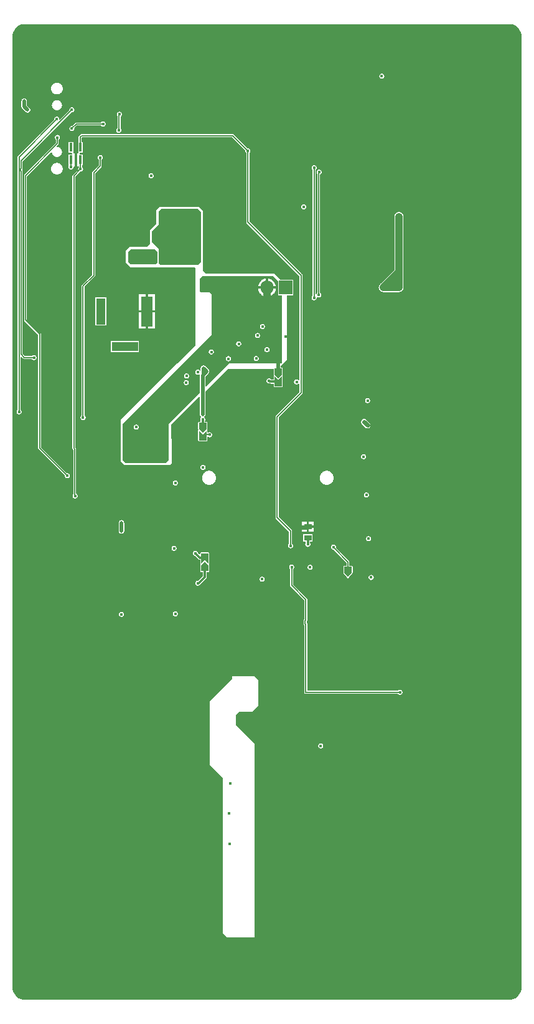
<source format=gbr>
%TF.GenerationSoftware,Altium Limited,Altium Designer,19.1.6 (110)*%
G04 Layer_Physical_Order=6*
G04 Layer_Color=16711680*
%FSLAX26Y26*%
%MOIN*%
%TF.FileFunction,Copper,L6,Bot,Signal*%
%TF.Part,Single*%
G01*
G75*
%TA.AperFunction,SMDPad,CuDef*%
%ADD33C,0.010000*%
%TA.AperFunction,Conductor*%
%ADD41C,0.005000*%
%ADD42C,0.007874*%
%ADD44C,0.039370*%
%ADD45C,0.011811*%
%ADD46C,0.019685*%
%ADD51C,0.023622*%
%TA.AperFunction,ComponentPad*%
%ADD52R,0.139764X0.051181*%
%ADD53R,0.051181X0.139764*%
%ADD54R,0.061024X0.161417*%
%ADD55C,0.072835*%
%ADD56R,0.072835X0.072835*%
%TA.AperFunction,ViaPad*%
%ADD57C,0.017716*%
%TA.AperFunction,SMDPad,CuDef*%
%ADD58R,0.015748X0.047244*%
%ADD59R,0.039370X0.031496*%
G36*
X2695449Y5231141D02*
X2706856Y5226416D01*
X2717123Y5219556D01*
X2725854Y5210825D01*
X2732715Y5200558D01*
X2737440Y5189151D01*
X2739849Y5177040D01*
Y5170866D01*
Y78740D01*
X2739849Y72566D01*
X2737440Y60455D01*
X2732715Y49046D01*
X2725855Y38779D01*
X2717124Y30047D01*
X2706856Y23186D01*
X2695448Y18460D01*
X2683338Y16051D01*
X2677164Y16051D01*
X2022386Y16058D01*
X1471205Y16056D01*
X72565D01*
X60455Y18465D01*
X49047Y23190D01*
X38781Y30050D01*
X30049Y38781D01*
X23189Y49048D01*
X18464Y60456D01*
X16055Y72566D01*
Y78740D01*
Y5170866D01*
Y5177040D01*
X18464Y5189150D01*
X23189Y5200558D01*
X30049Y5210824D01*
X38780Y5219556D01*
X49047Y5226416D01*
X60455Y5231141D01*
X72566Y5233550D01*
X2683338D01*
X2695449Y5231141D01*
D02*
G37*
%LPC*%
G36*
X1992756Y4968489D02*
X1990979Y4968372D01*
X1989233Y4968025D01*
X1987547Y4967452D01*
X1985950Y4966665D01*
X1984470Y4965676D01*
X1983131Y4964502D01*
X1981957Y4963163D01*
X1980968Y4961683D01*
X1980180Y4960086D01*
X1979608Y4958400D01*
X1979261Y4956654D01*
X1979144Y4954877D01*
X1979261Y4953100D01*
X1979608Y4951354D01*
X1980180Y4949668D01*
X1980968Y4948071D01*
X1981957Y4946591D01*
X1983131Y4945252D01*
X1984470Y4944078D01*
X1985950Y4943089D01*
X1987547Y4942301D01*
X1989233Y4941729D01*
X1990979Y4941382D01*
X1992756Y4941265D01*
X1994533Y4941382D01*
X1996279Y4941729D01*
X1997965Y4942301D01*
X1999562Y4943089D01*
X2001042Y4944078D01*
X2002381Y4945252D01*
X2003555Y4946591D01*
X2004544Y4948071D01*
X2005332Y4949668D01*
X2005904Y4951354D01*
X2006251Y4953100D01*
X2006368Y4954877D01*
X2006251Y4956654D01*
X2005904Y4958400D01*
X2005332Y4960086D01*
X2004544Y4961683D01*
X2003555Y4963163D01*
X2002381Y4964502D01*
X2001042Y4965676D01*
X1999562Y4966665D01*
X1997965Y4967452D01*
X1996279Y4968025D01*
X1994533Y4968372D01*
X1992756Y4968489D01*
D02*
G37*
G36*
X252795Y4920663D02*
X249724Y4920512D01*
X246682Y4920060D01*
X243699Y4919313D01*
X240803Y4918277D01*
X238023Y4916962D01*
X235386Y4915381D01*
X232915Y4913549D01*
X230637Y4911484D01*
X228571Y4909206D01*
X226740Y4906735D01*
X225159Y4904098D01*
X223844Y4901318D01*
X222808Y4898422D01*
X222060Y4895439D01*
X221609Y4892397D01*
X221458Y4889326D01*
X221609Y4886254D01*
X222060Y4883212D01*
X222808Y4880229D01*
X223844Y4877333D01*
X225159Y4874553D01*
X226740Y4871916D01*
X228571Y4869446D01*
X230637Y4867167D01*
X232915Y4865102D01*
X235386Y4863270D01*
X238023Y4861689D01*
X240803Y4860374D01*
X243699Y4859338D01*
X246682Y4858591D01*
X249724Y4858140D01*
X252795Y4857989D01*
X255867Y4858140D01*
X258909Y4858591D01*
X261892Y4859338D01*
X264787Y4860374D01*
X267567Y4861689D01*
X270205Y4863270D01*
X272675Y4865102D01*
X274954Y4867167D01*
X277019Y4869446D01*
X278851Y4871916D01*
X280432Y4874553D01*
X281747Y4877333D01*
X282783Y4880229D01*
X283530Y4883212D01*
X283981Y4886254D01*
X284132Y4889326D01*
X283981Y4892397D01*
X283530Y4895439D01*
X282783Y4898422D01*
X281747Y4901318D01*
X280432Y4904098D01*
X278851Y4906735D01*
X277019Y4909206D01*
X274954Y4911484D01*
X272675Y4913549D01*
X270205Y4915381D01*
X267567Y4916962D01*
X264787Y4918277D01*
X261892Y4919313D01*
X258909Y4920060D01*
X255867Y4920512D01*
X252795Y4920663D01*
D02*
G37*
G36*
Y4826957D02*
X250149Y4826827D01*
X247528Y4826438D01*
X244957Y4825794D01*
X242463Y4824901D01*
X240067Y4823768D01*
X237794Y4822406D01*
X235666Y4820828D01*
X233703Y4819048D01*
X231923Y4817085D01*
X230345Y4814957D01*
X228982Y4812684D01*
X227850Y4810288D01*
X226957Y4807793D01*
X226313Y4805223D01*
X225924Y4802602D01*
X225794Y4799956D01*
X225924Y4797309D01*
X226313Y4794688D01*
X226957Y4792118D01*
X227850Y4789623D01*
X228982Y4787227D01*
X230345Y4784954D01*
X231923Y4782826D01*
X233703Y4780863D01*
X235666Y4779083D01*
X237794Y4777505D01*
X240067Y4776143D01*
X242463Y4775010D01*
X244957Y4774117D01*
X247528Y4773473D01*
X250149Y4773084D01*
X252795Y4772954D01*
X255442Y4773084D01*
X258063Y4773473D01*
X260633Y4774117D01*
X263128Y4775010D01*
X265524Y4776143D01*
X267796Y4777505D01*
X269925Y4779083D01*
X271888Y4780863D01*
X273667Y4782826D01*
X275246Y4784954D01*
X276608Y4787227D01*
X277741Y4789623D01*
X278634Y4792118D01*
X279277Y4794688D01*
X279666Y4797309D01*
X279796Y4799956D01*
X279666Y4802602D01*
X279277Y4805223D01*
X278634Y4807793D01*
X277741Y4810288D01*
X276608Y4812684D01*
X275246Y4814957D01*
X273667Y4817085D01*
X271888Y4819048D01*
X269925Y4820828D01*
X267796Y4822406D01*
X265524Y4823768D01*
X263128Y4824901D01*
X260633Y4825794D01*
X258063Y4826438D01*
X255442Y4826827D01*
X252795Y4826957D01*
D02*
G37*
G36*
X332795Y4788567D02*
X331019Y4788451D01*
X329272Y4788103D01*
X327586Y4787531D01*
X325989Y4786744D01*
X324509Y4785754D01*
X323170Y4784580D01*
X321996Y4783242D01*
X321007Y4781761D01*
X320220Y4780164D01*
X319647Y4778479D01*
X319300Y4776732D01*
X319184Y4774956D01*
X319300Y4773179D01*
X319541Y4771967D01*
X269211Y4721637D01*
X266196Y4722891D01*
X265526Y4723520D01*
X265620Y4724956D01*
X265503Y4726732D01*
X265156Y4728479D01*
X264584Y4730164D01*
X263796Y4731761D01*
X262807Y4733242D01*
X261633Y4734580D01*
X260294Y4735754D01*
X258814Y4736744D01*
X257217Y4737531D01*
X255531Y4738103D01*
X253785Y4738451D01*
X252008Y4738567D01*
X250231Y4738451D01*
X248485Y4738103D01*
X246799Y4737531D01*
X245202Y4736744D01*
X243722Y4735754D01*
X242383Y4734580D01*
X241209Y4733242D01*
X240220Y4731761D01*
X239432Y4730164D01*
X238860Y4728479D01*
X238513Y4726732D01*
X238396Y4724956D01*
X238513Y4723179D01*
X238754Y4721968D01*
X44906Y4528120D01*
X44003Y4527020D01*
X43333Y4525765D01*
X42919Y4524403D01*
X42780Y4522987D01*
Y4469277D01*
X42506Y4468374D01*
X42367Y4466958D01*
Y4444764D01*
X42506Y4443347D01*
X42780Y4442445D01*
Y3171511D01*
X41714Y3170799D01*
X40375Y3169625D01*
X39201Y3168286D01*
X38212Y3166806D01*
X37424Y3165209D01*
X36852Y3163523D01*
X36505Y3161777D01*
X36388Y3160000D01*
X36505Y3158223D01*
X36852Y3156477D01*
X37424Y3154791D01*
X38212Y3153194D01*
X39201Y3151714D01*
X40375Y3150375D01*
X41714Y3149201D01*
X43194Y3148212D01*
X44791Y3147424D01*
X46477Y3146852D01*
X48223Y3146505D01*
X50000Y3146388D01*
X51777Y3146505D01*
X53523Y3146852D01*
X55209Y3147424D01*
X56806Y3148212D01*
X58286Y3149201D01*
X59625Y3150375D01*
X60799Y3151714D01*
X61788Y3153194D01*
X62576Y3154791D01*
X63148Y3156477D01*
X63495Y3158223D01*
X63612Y3160000D01*
X63495Y3161777D01*
X63148Y3163523D01*
X62576Y3165209D01*
X61788Y3166806D01*
X60799Y3168286D01*
X59625Y3169625D01*
X58286Y3170799D01*
X57299Y3171459D01*
Y3455042D01*
X60936Y3456548D01*
X72618Y3444867D01*
X73718Y3443964D01*
X74973Y3443293D01*
X76335Y3442880D01*
X77751Y3442740D01*
X118515D01*
X119201Y3441714D01*
X120375Y3440375D01*
X121714Y3439201D01*
X123194Y3438212D01*
X124791Y3437424D01*
X126477Y3436852D01*
X128223Y3436505D01*
X130000Y3436388D01*
X131777Y3436505D01*
X133523Y3436852D01*
X135209Y3437424D01*
X136806Y3438212D01*
X138286Y3439201D01*
X139625Y3440375D01*
X140799Y3441714D01*
X141788Y3443194D01*
X142576Y3444791D01*
X143148Y3446477D01*
X143495Y3448223D01*
X143612Y3450000D01*
X143495Y3451777D01*
X143148Y3453523D01*
X142576Y3455209D01*
X141788Y3456806D01*
X140799Y3458286D01*
X139625Y3459625D01*
X138286Y3460799D01*
X136806Y3461788D01*
X135209Y3462575D01*
X133523Y3463148D01*
X131777Y3463495D01*
X130000Y3463612D01*
X128223Y3463495D01*
X126477Y3463148D01*
X124791Y3462575D01*
X123194Y3461788D01*
X121714Y3460799D01*
X120375Y3459625D01*
X119201Y3458286D01*
X118515Y3457259D01*
X80758D01*
X67023Y3470994D01*
Y4448378D01*
X66884Y4449795D01*
X66610Y4450698D01*
Y4461025D01*
X66884Y4461927D01*
X67023Y4463344D01*
Y4498917D01*
X329807Y4761701D01*
X331019Y4761460D01*
X332795Y4761344D01*
X334572Y4761460D01*
X336318Y4761808D01*
X338004Y4762380D01*
X339601Y4763167D01*
X341082Y4764157D01*
X342420Y4765331D01*
X343594Y4766669D01*
X344583Y4768150D01*
X345371Y4769747D01*
X345943Y4771432D01*
X346291Y4773179D01*
X346407Y4774956D01*
X346291Y4776732D01*
X345943Y4778479D01*
X345371Y4780164D01*
X344583Y4781761D01*
X343594Y4783242D01*
X342420Y4784580D01*
X341082Y4785754D01*
X339601Y4786744D01*
X338004Y4787531D01*
X336318Y4788103D01*
X334572Y4788451D01*
X332795Y4788567D01*
D02*
G37*
G36*
X77402Y4836601D02*
X75496Y4836476D01*
X73623Y4836104D01*
X71815Y4835490D01*
X70103Y4834645D01*
X68515Y4833584D01*
X67079Y4832325D01*
X65820Y4830890D01*
X64759Y4829302D01*
X63915Y4827589D01*
X63301Y4825781D01*
X62928Y4823908D01*
X62803Y4822003D01*
Y4793459D01*
X62928Y4791554D01*
X63301Y4789681D01*
X63915Y4787873D01*
X64759Y4786160D01*
X65820Y4784573D01*
X67079Y4783137D01*
X85583Y4764633D01*
X87019Y4763374D01*
X88606Y4762313D01*
X90319Y4761468D01*
X92127Y4760855D01*
X94000Y4760482D01*
X95906Y4760357D01*
X97811Y4760482D01*
X99684Y4760855D01*
X101492Y4761468D01*
X103205Y4762313D01*
X104792Y4763374D01*
X106228Y4764633D01*
X107487Y4766069D01*
X108548Y4767656D01*
X109392Y4769369D01*
X110006Y4771177D01*
X110379Y4773050D01*
X110504Y4774956D01*
X110379Y4776861D01*
X110006Y4778734D01*
X109392Y4780542D01*
X108548Y4782255D01*
X107487Y4783842D01*
X106228Y4785278D01*
X92000Y4799506D01*
Y4822003D01*
X91875Y4823908D01*
X91502Y4825781D01*
X90889Y4827589D01*
X90044Y4829302D01*
X88983Y4830890D01*
X87724Y4832325D01*
X86288Y4833584D01*
X84701Y4834645D01*
X82988Y4835490D01*
X81180Y4836104D01*
X79307Y4836476D01*
X77402Y4836601D01*
D02*
G37*
G36*
X499646Y4712583D02*
X497869Y4712467D01*
X496123Y4712119D01*
X494437Y4711547D01*
X492840Y4710759D01*
X491359Y4709770D01*
X490021Y4708596D01*
X488847Y4707257D01*
X488161Y4706231D01*
X356811D01*
X355395Y4706091D01*
X354033Y4705678D01*
X352778Y4705007D01*
X351678Y4704104D01*
X335783Y4688210D01*
X334572Y4688451D01*
X332795Y4688567D01*
X331019Y4688451D01*
X329272Y4688103D01*
X327586Y4687531D01*
X325989Y4686744D01*
X324509Y4685754D01*
X323170Y4684580D01*
X321996Y4683242D01*
X321007Y4681761D01*
X320220Y4680164D01*
X319647Y4678479D01*
X319300Y4676732D01*
X319184Y4674956D01*
X319300Y4673179D01*
X319647Y4671432D01*
X320220Y4669747D01*
X321007Y4668150D01*
X321996Y4666669D01*
X323170Y4665331D01*
X324509Y4664157D01*
X325989Y4663167D01*
X327586Y4662380D01*
X329272Y4661808D01*
X331019Y4661460D01*
X332795Y4661344D01*
X334572Y4661460D01*
X336318Y4661808D01*
X338004Y4662380D01*
X339601Y4663167D01*
X341082Y4664157D01*
X342420Y4665331D01*
X343594Y4666669D01*
X344583Y4668150D01*
X345371Y4669747D01*
X345943Y4671432D01*
X346291Y4673179D01*
X346407Y4674956D01*
X346291Y4676732D01*
X346050Y4677943D01*
X359818Y4691712D01*
X488161D01*
X488847Y4690685D01*
X490021Y4689346D01*
X491359Y4688172D01*
X492840Y4687183D01*
X494437Y4686396D01*
X496123Y4685823D01*
X497869Y4685476D01*
X499646Y4685359D01*
X501422Y4685476D01*
X503169Y4685823D01*
X504855Y4686396D01*
X506452Y4687183D01*
X507932Y4688172D01*
X509271Y4689346D01*
X510445Y4690685D01*
X511434Y4692165D01*
X512221Y4693762D01*
X512794Y4695448D01*
X513141Y4697194D01*
X513257Y4698971D01*
X513141Y4700748D01*
X512794Y4702494D01*
X512221Y4704180D01*
X511434Y4705777D01*
X510445Y4707257D01*
X509271Y4708596D01*
X507932Y4709770D01*
X506452Y4710759D01*
X504855Y4711547D01*
X503169Y4712119D01*
X501422Y4712467D01*
X499646Y4712583D01*
D02*
G37*
G36*
X587244Y4764748D02*
X585467Y4764632D01*
X583721Y4764284D01*
X582035Y4763712D01*
X580438Y4762925D01*
X578958Y4761935D01*
X577619Y4760761D01*
X576445Y4759423D01*
X575456Y4757943D01*
X574668Y4756346D01*
X574096Y4754660D01*
X573749Y4752913D01*
X573632Y4751137D01*
X573749Y4749360D01*
X574096Y4747614D01*
X574668Y4745928D01*
X575456Y4744331D01*
X576445Y4742850D01*
X577619Y4741512D01*
X578508Y4740732D01*
Y4677799D01*
X577486Y4677295D01*
X576005Y4676306D01*
X574667Y4675132D01*
X573492Y4673793D01*
X572503Y4672312D01*
X571716Y4670716D01*
X571144Y4669030D01*
X570796Y4667283D01*
X570680Y4665507D01*
X570796Y4663730D01*
X571144Y4661984D01*
X571716Y4660298D01*
X572503Y4658701D01*
X573492Y4657220D01*
X574667Y4655882D01*
X576005Y4654708D01*
X577486Y4653719D01*
X579082Y4652931D01*
X580768Y4652359D01*
X582515Y4652011D01*
X584291Y4651895D01*
X586068Y4652011D01*
X587814Y4652359D01*
X589500Y4652931D01*
X591097Y4653719D01*
X592578Y4654708D01*
X593916Y4655882D01*
X595090Y4657220D01*
X596080Y4658701D01*
X596867Y4660298D01*
X597439Y4661984D01*
X597787Y4663730D01*
X597903Y4665507D01*
X597787Y4667283D01*
X597439Y4669030D01*
X596867Y4670716D01*
X596080Y4672312D01*
X595090Y4673793D01*
X593916Y4675132D01*
X593027Y4675911D01*
Y4738844D01*
X594050Y4739349D01*
X595530Y4740338D01*
X596869Y4741512D01*
X598043Y4742850D01*
X599032Y4744331D01*
X599820Y4745928D01*
X600392Y4747614D01*
X600739Y4749360D01*
X600856Y4751137D01*
X600739Y4752913D01*
X600392Y4754660D01*
X599820Y4756346D01*
X599032Y4757943D01*
X598043Y4759423D01*
X596869Y4760761D01*
X595530Y4761935D01*
X594050Y4762925D01*
X592453Y4763712D01*
X590767Y4764284D01*
X589021Y4764632D01*
X587244Y4764748D01*
D02*
G37*
G36*
X255551Y4640733D02*
X253774Y4640616D01*
X252028Y4640269D01*
X250342Y4639697D01*
X248745Y4638909D01*
X247265Y4637920D01*
X245926Y4636746D01*
X244752Y4635407D01*
X243763Y4633927D01*
X242976Y4632330D01*
X242403Y4630644D01*
X242056Y4628898D01*
X241940Y4627121D01*
X242056Y4625344D01*
X242403Y4623598D01*
X242976Y4621912D01*
X243763Y4620315D01*
X244752Y4618835D01*
X245926Y4617496D01*
X247265Y4616322D01*
X248292Y4615636D01*
Y4597393D01*
X79158Y4428260D01*
X78255Y4427159D01*
X77585Y4425904D01*
X77171Y4424543D01*
X77032Y4423126D01*
Y3650709D01*
X77171Y3649292D01*
X77585Y3647930D01*
X78255Y3646675D01*
X79158Y3645575D01*
X152741Y3571993D01*
Y2965984D01*
X152880Y2964568D01*
X153293Y2963206D01*
X153964Y2961951D01*
X154867Y2960851D01*
X294817Y2820901D01*
X294576Y2819690D01*
X294459Y2817913D01*
X294576Y2816137D01*
X294923Y2814390D01*
X295495Y2812704D01*
X296283Y2811108D01*
X297272Y2809627D01*
X298446Y2808289D01*
X299785Y2807115D01*
X301265Y2806125D01*
X302862Y2805338D01*
X304548Y2804765D01*
X306294Y2804418D01*
X308071Y2804302D01*
X309848Y2804418D01*
X311594Y2804765D01*
X313280Y2805338D01*
X314877Y2806125D01*
X316357Y2807115D01*
X317696Y2808289D01*
X318870Y2809627D01*
X319859Y2811108D01*
X320647Y2812704D01*
X321219Y2814390D01*
X321566Y2816137D01*
X321683Y2817913D01*
X321566Y2819690D01*
X321219Y2821436D01*
X320647Y2823122D01*
X319859Y2824719D01*
X318870Y2826200D01*
X317696Y2827538D01*
X316357Y2828712D01*
X314877Y2829702D01*
X313280Y2830489D01*
X311594Y2831061D01*
X309848Y2831409D01*
X308071Y2831525D01*
X306294Y2831409D01*
X305083Y2831168D01*
X167259Y2968991D01*
Y3575000D01*
X167120Y3576416D01*
X166707Y3577778D01*
X166036Y3579033D01*
X165133Y3580133D01*
X91551Y3653716D01*
Y4420119D01*
X221877Y4550445D01*
X223203Y4550279D01*
X225849Y4548849D01*
X225924Y4547309D01*
X226313Y4544688D01*
X226957Y4542118D01*
X227850Y4539623D01*
X228982Y4537227D01*
X230345Y4534954D01*
X231923Y4532826D01*
X233703Y4530863D01*
X235666Y4529083D01*
X237794Y4527505D01*
X240067Y4526143D01*
X242463Y4525010D01*
X244957Y4524117D01*
X247528Y4523473D01*
X250149Y4523084D01*
X252795Y4522954D01*
X255442Y4523084D01*
X258063Y4523473D01*
X260633Y4524117D01*
X263128Y4525010D01*
X265524Y4526143D01*
X267796Y4527505D01*
X269925Y4529083D01*
X271888Y4530863D01*
X273667Y4532826D01*
X275246Y4534954D01*
X276608Y4537227D01*
X277741Y4539623D01*
X278634Y4542118D01*
X279277Y4544688D01*
X279666Y4547309D01*
X279796Y4549956D01*
X279666Y4552602D01*
X279277Y4555223D01*
X278634Y4557793D01*
X277741Y4560288D01*
X276608Y4562684D01*
X275246Y4564957D01*
X273667Y4567085D01*
X271888Y4569048D01*
X269925Y4570828D01*
X267796Y4572406D01*
X265524Y4573768D01*
X263128Y4574901D01*
X260633Y4575794D01*
X258063Y4576438D01*
X255442Y4576827D01*
X253901Y4576902D01*
X252471Y4579548D01*
X252306Y4580874D01*
X260684Y4589252D01*
X260684Y4589253D01*
X261587Y4590353D01*
X262258Y4591608D01*
X262671Y4592970D01*
X262811Y4594386D01*
Y4615636D01*
X263837Y4616322D01*
X265176Y4617496D01*
X266350Y4618835D01*
X267339Y4620315D01*
X268127Y4621912D01*
X268699Y4623598D01*
X269046Y4625344D01*
X269163Y4627121D01*
X269046Y4628898D01*
X268699Y4630644D01*
X268127Y4632330D01*
X267339Y4633927D01*
X266350Y4635407D01*
X265176Y4636746D01*
X263837Y4637920D01*
X262357Y4638909D01*
X260760Y4639697D01*
X259074Y4640269D01*
X257328Y4640616D01*
X255551Y4640733D01*
D02*
G37*
G36*
X340984Y4603302D02*
X315787D01*
Y4546609D01*
X332391D01*
X334291Y4543459D01*
X334291Y4542672D01*
Y4536373D01*
X315787D01*
Y4479680D01*
X315787Y4479680D01*
X315787D01*
X316251Y4475743D01*
X315810Y4474850D01*
X315238Y4473163D01*
X314891Y4471417D01*
X314774Y4469641D01*
X314891Y4467864D01*
X315238Y4466118D01*
X315810Y4464431D01*
X316598Y4462835D01*
X317587Y4461354D01*
X318761Y4460016D01*
X320100Y4458842D01*
X321580Y4457852D01*
X323177Y4457065D01*
X324863Y4456493D01*
X326609Y4456145D01*
X328386Y4456029D01*
X330163Y4456145D01*
X331909Y4456493D01*
X333595Y4457065D01*
X335192Y4457852D01*
X336672Y4458842D01*
X338011Y4460016D01*
X339185Y4461354D01*
X340174Y4462835D01*
X340962Y4464431D01*
X341534Y4466118D01*
X341881Y4467864D01*
X341998Y4469640D01*
X345357Y4472593D01*
X348072D01*
Y4508026D01*
Y4543459D01*
X342885D01*
X340984Y4546609D01*
X340984Y4547396D01*
Y4603302D01*
D02*
G37*
G36*
X252795Y4491922D02*
X249724Y4491771D01*
X246682Y4491320D01*
X243699Y4490573D01*
X240803Y4489537D01*
X238023Y4488222D01*
X235386Y4486641D01*
X232915Y4484809D01*
X230637Y4482744D01*
X228571Y4480465D01*
X226740Y4477995D01*
X225159Y4475358D01*
X223844Y4472578D01*
X222808Y4469682D01*
X222060Y4466699D01*
X221609Y4463657D01*
X221458Y4460585D01*
X221609Y4457514D01*
X222060Y4454472D01*
X222808Y4451489D01*
X223844Y4448593D01*
X225159Y4445813D01*
X226740Y4443176D01*
X228571Y4440706D01*
X230637Y4438427D01*
X232915Y4436362D01*
X235386Y4434530D01*
X238023Y4432949D01*
X240803Y4431634D01*
X243699Y4430598D01*
X246682Y4429851D01*
X249724Y4429399D01*
X252795Y4429248D01*
X255867Y4429399D01*
X258909Y4429851D01*
X261892Y4430598D01*
X264787Y4431634D01*
X267567Y4432949D01*
X270205Y4434530D01*
X272675Y4436362D01*
X274954Y4438427D01*
X277019Y4440706D01*
X278851Y4443176D01*
X280432Y4445813D01*
X281747Y4448593D01*
X282783Y4451489D01*
X283530Y4454472D01*
X283981Y4457514D01*
X284132Y4460585D01*
X283981Y4463657D01*
X283530Y4466699D01*
X282783Y4469682D01*
X281747Y4472578D01*
X280432Y4475358D01*
X278851Y4477995D01*
X277019Y4480465D01*
X274954Y4482744D01*
X272675Y4484809D01*
X270205Y4486641D01*
X267567Y4488222D01*
X264787Y4489537D01*
X261892Y4490573D01*
X258909Y4491320D01*
X255867Y4491771D01*
X252795Y4491922D01*
D02*
G37*
G36*
X756535Y4436008D02*
X754759Y4435892D01*
X753013Y4435544D01*
X751327Y4434972D01*
X749730Y4434185D01*
X748249Y4433195D01*
X746911Y4432021D01*
X745737Y4430683D01*
X744747Y4429202D01*
X743960Y4427605D01*
X743388Y4425919D01*
X743040Y4424173D01*
X742924Y4422396D01*
X743040Y4420620D01*
X743388Y4418873D01*
X743960Y4417187D01*
X744747Y4415591D01*
X745737Y4414110D01*
X746911Y4412771D01*
X748249Y4411597D01*
X749730Y4410608D01*
X751327Y4409821D01*
X753013Y4409248D01*
X754759Y4408901D01*
X756535Y4408785D01*
X758312Y4408901D01*
X760058Y4409248D01*
X761745Y4409821D01*
X763341Y4410608D01*
X764822Y4411597D01*
X766160Y4412771D01*
X767334Y4414110D01*
X768324Y4415591D01*
X769111Y4417187D01*
X769683Y4418873D01*
X770031Y4420620D01*
X770147Y4422396D01*
X770031Y4424173D01*
X769683Y4425919D01*
X769111Y4427605D01*
X768324Y4429202D01*
X767334Y4430683D01*
X766160Y4432021D01*
X764822Y4433195D01*
X763341Y4434185D01*
X761745Y4434972D01*
X760058Y4435544D01*
X758312Y4435892D01*
X756535Y4436008D01*
D02*
G37*
G36*
X1574023Y4269661D02*
X1572246Y4269545D01*
X1570500Y4269197D01*
X1568814Y4268625D01*
X1567217Y4267837D01*
X1565737Y4266848D01*
X1564398Y4265674D01*
X1563224Y4264336D01*
X1562235Y4262855D01*
X1561447Y4261258D01*
X1560875Y4259572D01*
X1560528Y4257826D01*
X1560411Y4256049D01*
X1560528Y4254273D01*
X1560875Y4252526D01*
X1561447Y4250840D01*
X1562235Y4249243D01*
X1563224Y4247763D01*
X1564398Y4246424D01*
X1565737Y4245250D01*
X1567217Y4244261D01*
X1568814Y4243474D01*
X1570500Y4242901D01*
X1572246Y4242554D01*
X1574023Y4242438D01*
X1575800Y4242554D01*
X1577546Y4242901D01*
X1579232Y4243474D01*
X1580829Y4244261D01*
X1582309Y4245250D01*
X1583648Y4246424D01*
X1584822Y4247763D01*
X1585811Y4249243D01*
X1586599Y4250840D01*
X1587171Y4252526D01*
X1587518Y4254273D01*
X1587635Y4256049D01*
X1587518Y4257826D01*
X1587171Y4259572D01*
X1586599Y4261258D01*
X1585811Y4262855D01*
X1584822Y4264336D01*
X1583648Y4265674D01*
X1582309Y4266848D01*
X1580829Y4267837D01*
X1579232Y4268625D01*
X1577546Y4269197D01*
X1575800Y4269545D01*
X1574023Y4269661D01*
D02*
G37*
G36*
X2084291Y4228340D02*
X2081554Y4228187D01*
X2078851Y4227727D01*
X2076217Y4226968D01*
X2073684Y4225919D01*
X2071284Y4224593D01*
X2069048Y4223007D01*
X2067004Y4221180D01*
X2065177Y4219136D01*
X2063591Y4216900D01*
X2062265Y4214500D01*
X2061215Y4211967D01*
X2060456Y4209333D01*
X2059997Y4206630D01*
X2059843Y4203892D01*
Y4175349D01*
Y3917759D01*
X1987885Y3845801D01*
X1987623Y3845656D01*
X1985387Y3844070D01*
X1983343Y3842243D01*
X1981516Y3840198D01*
X1979929Y3837963D01*
X1978603Y3835563D01*
X1977554Y3833030D01*
X1976795Y3830396D01*
X1976336Y3827693D01*
X1976182Y3824956D01*
X1976336Y3822218D01*
X1976795Y3819515D01*
X1977554Y3816881D01*
X1978603Y3814348D01*
X1979929Y3811948D01*
X1981516Y3809713D01*
X1983343Y3807668D01*
X1985387Y3805841D01*
X1987623Y3804255D01*
X1990022Y3802929D01*
X1992555Y3801880D01*
X1995190Y3801121D01*
X1997893Y3800661D01*
X2000630Y3800508D01*
X2084291D01*
X2087029Y3800661D01*
X2089732Y3801121D01*
X2092366Y3801880D01*
X2094899Y3802929D01*
X2097298Y3804255D01*
X2099534Y3805841D01*
X2101579Y3807668D01*
X2103405Y3809713D01*
X2104992Y3811948D01*
X2106318Y3814348D01*
X2107367Y3816881D01*
X2108126Y3819515D01*
X2108586Y3822218D01*
X2108739Y3824956D01*
Y3867278D01*
Y3907633D01*
Y4175349D01*
Y4203892D01*
X2108586Y4206630D01*
X2108126Y4209333D01*
X2107367Y4211967D01*
X2106318Y4214500D01*
X2104992Y4216900D01*
X2103405Y4219136D01*
X2101579Y4221180D01*
X2099534Y4223007D01*
X2097298Y4224593D01*
X2094899Y4225919D01*
X2092366Y4226968D01*
X2089732Y4227727D01*
X2087029Y4228187D01*
X2084291Y4228340D01*
D02*
G37*
G36*
X1630000Y4478612D02*
X1628223Y4478495D01*
X1626477Y4478148D01*
X1624791Y4477576D01*
X1623194Y4476788D01*
X1621714Y4475799D01*
X1620375Y4474625D01*
X1619201Y4473286D01*
X1618212Y4471806D01*
X1617424Y4470209D01*
X1616852Y4468523D01*
X1616505Y4466777D01*
X1616388Y4465000D01*
X1616505Y4463223D01*
X1616852Y4461477D01*
X1617424Y4459791D01*
X1618212Y4458194D01*
X1619201Y4456714D01*
X1620375Y4455375D01*
X1621714Y4454201D01*
X1622741Y4453515D01*
Y3781485D01*
X1621714Y3780799D01*
X1620375Y3779625D01*
X1619201Y3778286D01*
X1618212Y3776806D01*
X1617424Y3775209D01*
X1616852Y3773523D01*
X1616505Y3771777D01*
X1616388Y3770000D01*
X1616505Y3768223D01*
X1616852Y3766477D01*
X1617424Y3764791D01*
X1618212Y3763194D01*
X1619201Y3761714D01*
X1620375Y3760375D01*
X1621714Y3759201D01*
X1623194Y3758212D01*
X1624791Y3757424D01*
X1626477Y3756852D01*
X1628223Y3756505D01*
X1630000Y3756388D01*
X1631777Y3756505D01*
X1633523Y3756852D01*
X1635209Y3757424D01*
X1636806Y3758212D01*
X1638286Y3759201D01*
X1639625Y3760375D01*
X1640799Y3761714D01*
X1641788Y3763194D01*
X1642576Y3764791D01*
X1643148Y3766477D01*
X1643495Y3768223D01*
X1643612Y3770000D01*
X1643495Y3771777D01*
X1643493Y3771789D01*
X1645891Y3773585D01*
X1647075Y3773959D01*
X1648194Y3773212D01*
X1649791Y3772424D01*
X1651477Y3771852D01*
X1653223Y3771505D01*
X1655000Y3771388D01*
X1656777Y3771505D01*
X1658523Y3771852D01*
X1660209Y3772424D01*
X1661806Y3773212D01*
X1663286Y3774201D01*
X1664625Y3775375D01*
X1665799Y3776714D01*
X1666788Y3778194D01*
X1667576Y3779791D01*
X1668148Y3781477D01*
X1668495Y3783223D01*
X1668612Y3785000D01*
X1668495Y3786777D01*
X1668148Y3788523D01*
X1667576Y3790209D01*
X1666788Y3791806D01*
X1665799Y3793286D01*
X1664625Y3794625D01*
X1663286Y3795799D01*
X1662259Y3796485D01*
Y4429321D01*
X1663553Y4429959D01*
X1665033Y4430948D01*
X1666372Y4432122D01*
X1667546Y4433461D01*
X1668535Y4434941D01*
X1669322Y4436538D01*
X1669895Y4438224D01*
X1670242Y4439970D01*
X1670359Y4441747D01*
X1670242Y4443524D01*
X1669895Y4445270D01*
X1669322Y4446956D01*
X1668535Y4448553D01*
X1667546Y4450033D01*
X1666372Y4451372D01*
X1665033Y4452546D01*
X1663553Y4453535D01*
X1661956Y4454322D01*
X1660270Y4454895D01*
X1658524Y4455242D01*
X1656747Y4455359D01*
X1654970Y4455242D01*
X1653224Y4454895D01*
X1651538Y4454322D01*
X1649941Y4453535D01*
X1648460Y4452546D01*
X1647122Y4451372D01*
X1645948Y4450033D01*
X1644959Y4448553D01*
X1644171Y4446956D01*
X1643599Y4445270D01*
X1643252Y4443524D01*
X1643135Y4441747D01*
X1643252Y4439970D01*
X1643599Y4438224D01*
X1644171Y4436538D01*
X1644959Y4434941D01*
X1645948Y4433461D01*
X1647122Y4432122D01*
X1647741Y4431579D01*
Y3796485D01*
X1646714Y3795799D01*
X1645375Y3794625D01*
X1644201Y3793286D01*
X1643212Y3791806D01*
X1642424Y3790209D01*
X1641852Y3788523D01*
X1641586Y3787186D01*
X1641044Y3786538D01*
X1637783Y3784845D01*
X1637490Y3784833D01*
X1637267Y3784945D01*
X1637259Y3784959D01*
Y4453515D01*
X1638286Y4454201D01*
X1639625Y4455375D01*
X1640799Y4456714D01*
X1641788Y4458194D01*
X1642576Y4459791D01*
X1643148Y4461477D01*
X1643495Y4463223D01*
X1643612Y4465000D01*
X1643495Y4466777D01*
X1643148Y4468523D01*
X1642576Y4470209D01*
X1641788Y4471806D01*
X1640799Y4473286D01*
X1639625Y4474625D01*
X1638286Y4475799D01*
X1636806Y4476788D01*
X1635209Y4477576D01*
X1633523Y4478148D01*
X1631777Y4478495D01*
X1630000Y4478612D01*
D02*
G37*
G36*
X777205Y3789522D02*
X740788D01*
Y3702909D01*
X777205D01*
Y3789522D01*
D02*
G37*
G36*
X728977D02*
X692559D01*
Y3702909D01*
X728977D01*
Y3789522D01*
D02*
G37*
G36*
X519134Y3771609D02*
X458504D01*
Y3622396D01*
X519134D01*
Y3771609D01*
D02*
G37*
G36*
X777205Y3691098D02*
X740788D01*
Y3604483D01*
X777205D01*
Y3691098D01*
D02*
G37*
G36*
X728977D02*
X692559D01*
Y3604483D01*
X728977D01*
Y3691098D01*
D02*
G37*
G36*
X691378Y3538341D02*
X542165D01*
Y3477711D01*
X691378D01*
Y3538341D01*
D02*
G37*
G36*
X1013425Y4256058D02*
X804764D01*
X786063Y4237357D01*
Y4165507D01*
X751614Y4131058D01*
Y4058223D01*
X735866Y4042475D01*
X640394D01*
X621693Y4023774D01*
Y3956058D01*
X646496Y3931255D01*
X992756D01*
X993740Y3930271D01*
Y3515900D01*
X896400Y3418560D01*
X893954D01*
X594488Y3119095D01*
Y2892716D01*
X613189Y2874016D01*
X858268D01*
X866559Y2882307D01*
X866559Y3016732D01*
X865158Y3018134D01*
Y3091535D01*
X1015229Y3241607D01*
X1018866Y3240100D01*
Y3145669D01*
X1018991Y3143764D01*
X1019364Y3141891D01*
X1019978Y3140083D01*
X1020822Y3138370D01*
X1021883Y3136782D01*
X1023142Y3135347D01*
X1024578Y3134088D01*
X1024961Y3131412D01*
X1024854Y3129955D01*
X1024617Y3129401D01*
X1023840Y3128719D01*
X1022666Y3127381D01*
X1021677Y3125900D01*
X1020889Y3124303D01*
X1020317Y3122617D01*
X1019969Y3120871D01*
X1019853Y3119095D01*
X1019969Y3117318D01*
X1020317Y3115572D01*
X1020889Y3113885D01*
X1021677Y3112289D01*
X1022666Y3110808D01*
X1022802Y3110653D01*
Y3106125D01*
X1013780D01*
X1012853Y3106034D01*
X1011963Y3105764D01*
X1011142Y3105325D01*
X1010423Y3104735D01*
X1009832Y3104015D01*
X1009394Y3103195D01*
X1009124Y3102304D01*
X1009032Y3101378D01*
Y3069882D01*
X1009124Y3068956D01*
X1009394Y3068065D01*
X1009832Y3067244D01*
X1010423Y3065776D01*
X1010423Y3063396D01*
X1009832Y3062677D01*
X1009394Y3061856D01*
X1009124Y3060966D01*
X1009032Y3060039D01*
Y3006890D01*
X1009124Y3005964D01*
X1009394Y3005073D01*
X1009832Y3004252D01*
X1010423Y3003533D01*
X1011142Y3002943D01*
X1011963Y3002504D01*
X1012853Y3002234D01*
X1013780Y3002142D01*
X1053150D01*
X1053781Y3002205D01*
D01*
X1054076Y3002234D01*
X1054966Y3002504D01*
X1055787Y3002943D01*
X1056506Y3003533D01*
X1057097Y3004252D01*
X1057535Y3005073D01*
X1057806Y3005964D01*
X1057897Y3006890D01*
Y3025619D01*
X1059638Y3026742D01*
X1061834Y3027257D01*
X1062580Y3026603D01*
X1064060Y3025613D01*
X1065657Y3024826D01*
X1067343Y3024254D01*
X1069089Y3023906D01*
X1070866Y3023790D01*
X1072643Y3023906D01*
X1074389Y3024254D01*
X1076075Y3024826D01*
X1077672Y3025613D01*
X1079152Y3026603D01*
X1080491Y3027777D01*
X1081665Y3029115D01*
X1082654Y3030596D01*
X1083442Y3032193D01*
X1084014Y3033879D01*
X1084361Y3035625D01*
X1084478Y3037402D01*
X1084361Y3039178D01*
X1084014Y3040925D01*
X1083442Y3042611D01*
X1082654Y3044207D01*
X1081665Y3045688D01*
X1080491Y3047026D01*
X1079152Y3048200D01*
X1077672Y3049190D01*
X1076075Y3049977D01*
X1074389Y3050550D01*
X1072643Y3050897D01*
X1070866Y3051013D01*
X1069089Y3050897D01*
X1067343Y3050550D01*
X1065657Y3049977D01*
X1064060Y3049190D01*
X1062580Y3048200D01*
X1061834Y3047546D01*
X1059638Y3048061D01*
X1057897Y3049184D01*
Y3060039D01*
X1057806Y3060966D01*
X1057535Y3061856D01*
X1057097Y3062677D01*
X1056506Y3063396D01*
X1057097Y3067245D01*
X1057535Y3068065D01*
X1057806Y3068956D01*
X1057897Y3069882D01*
Y3101378D01*
X1057806Y3102304D01*
X1057535Y3103195D01*
X1057097Y3104015D01*
X1056506Y3104735D01*
X1055787Y3105325D01*
X1054966Y3105764D01*
X1054076Y3106034D01*
X1053150Y3106125D01*
X1044127D01*
Y3110653D01*
X1044264Y3110808D01*
X1045253Y3112289D01*
X1046040Y3113885D01*
X1046612Y3115572D01*
X1046960Y3117318D01*
X1047076Y3119095D01*
X1046960Y3120871D01*
X1046612Y3122617D01*
X1046040Y3124303D01*
X1045253Y3125900D01*
X1044264Y3127381D01*
X1043090Y3128719D01*
X1042312Y3129401D01*
X1042076Y3129955D01*
D01*
X1041968Y3131412D01*
X1042351Y3134088D01*
X1043787Y3135347D01*
X1045046Y3136782D01*
X1046107Y3138370D01*
X1046952Y3140083D01*
X1047565Y3141891D01*
X1047938Y3143764D01*
X1048063Y3145669D01*
Y3268058D01*
Y3268871D01*
X1048876D01*
X1157126Y3377121D01*
X1168786Y3388781D01*
X1413560Y3388777D01*
Y3360236D01*
X1413651Y3359310D01*
X1413921Y3358419D01*
X1414360Y3357599D01*
X1414950Y3356130D01*
X1414950Y3353750D01*
X1414360Y3353031D01*
X1413921Y3352210D01*
X1413651Y3351320D01*
X1413560Y3350394D01*
Y3331529D01*
X1404953D01*
X1404051Y3332300D01*
X1402624Y3333174D01*
X1401079Y3333814D01*
X1399452Y3334205D01*
X1398537Y3334277D01*
X1398404Y3334428D01*
X1397066Y3335602D01*
X1395585Y3336591D01*
X1393988Y3337379D01*
X1392303Y3337951D01*
X1390556Y3338298D01*
X1388780Y3338415D01*
X1387003Y3338298D01*
X1385256Y3337951D01*
X1383571Y3337379D01*
X1381974Y3336591D01*
X1380493Y3335602D01*
X1379155Y3334428D01*
X1377981Y3333089D01*
X1376991Y3331609D01*
X1376204Y3330012D01*
X1375632Y3328326D01*
X1375284Y3326580D01*
X1375168Y3324803D01*
X1375284Y3323026D01*
X1375632Y3321280D01*
X1376204Y3319594D01*
X1376991Y3317997D01*
X1377981Y3316517D01*
X1379155Y3315178D01*
X1380493Y3314004D01*
X1381974Y3313015D01*
X1383571Y3312227D01*
X1385256Y3311655D01*
X1387003Y3311308D01*
X1388780Y3311191D01*
X1390556Y3311308D01*
X1392303Y3311655D01*
X1393988Y3312227D01*
X1394210Y3312337D01*
X1394323Y3312240D01*
X1395750Y3311366D01*
X1397296Y3310725D01*
X1398922Y3310335D01*
X1400591Y3310203D01*
X1413560D01*
Y3297244D01*
X1413651Y3296318D01*
X1413921Y3295427D01*
X1414360Y3294607D01*
X1414950Y3293887D01*
X1415670Y3293297D01*
X1416490Y3292858D01*
X1417381Y3292588D01*
X1418307Y3292497D01*
X1457677D01*
X1458603Y3292588D01*
X1459494Y3292858D01*
X1460315Y3293297D01*
X1461034Y3293887D01*
X1461624Y3294607D01*
X1462063Y3295427D01*
X1462333Y3296318D01*
X1462424Y3297244D01*
Y3350394D01*
X1462333Y3351320D01*
X1462063Y3352210D01*
X1461624Y3353031D01*
X1461034Y3353751D01*
X1461624Y3357599D01*
X1462063Y3358419D01*
X1462333Y3359310D01*
X1462424Y3360236D01*
Y3391732D01*
X1462333Y3392659D01*
X1462063Y3393549D01*
X1461624Y3394370D01*
X1461034Y3395089D01*
X1460315Y3395680D01*
X1459494Y3396118D01*
X1458603Y3396388D01*
X1457677Y3396480D01*
X1452590D01*
Y3405347D01*
X1483265Y3436022D01*
X1483269Y3783814D01*
X1518937D01*
Y3866097D01*
X1450629D01*
X1416969Y3899759D01*
X1049842D01*
X1033110Y3916491D01*
Y4236373D01*
X1013425Y4256058D01*
D02*
G37*
G36*
X1193839Y4644850D02*
X383470D01*
X382111Y4644743D01*
X380786Y4644424D01*
X379526Y4643903D01*
X378364Y4643190D01*
X377327Y4642305D01*
X370744Y4635722D01*
X369859Y4634685D01*
X369146Y4633523D01*
X368625Y4632264D01*
X368307Y4630938D01*
X368200Y4629579D01*
Y4603302D01*
X366969D01*
Y4547396D01*
X366969Y4546609D01*
X365068Y4543459D01*
X359883D01*
Y4508026D01*
Y4472593D01*
X370147D01*
X371322Y4468656D01*
X371281Y4468628D01*
X369942Y4467454D01*
X368768Y4466116D01*
X367779Y4464635D01*
X366991Y4463038D01*
X366419Y4461352D01*
X366072Y4459606D01*
X365955Y4457829D01*
X366072Y4456053D01*
X366313Y4454842D01*
X338174Y4426703D01*
X337271Y4425603D01*
X336600Y4424348D01*
X336187Y4422986D01*
X336048Y4421570D01*
Y2964852D01*
X336187Y2963436D01*
X336600Y2962074D01*
X337271Y2960819D01*
X337340Y2960735D01*
X337547Y2960349D01*
X338450Y2959249D01*
X341087Y2956611D01*
Y2720249D01*
X340375Y2719625D01*
X339201Y2718286D01*
X338212Y2716806D01*
X337424Y2715209D01*
X336852Y2713523D01*
X336505Y2711777D01*
X336388Y2710000D01*
X336505Y2708223D01*
X336852Y2706477D01*
X337424Y2704791D01*
X338212Y2703194D01*
X339201Y2701714D01*
X340375Y2700375D01*
X341714Y2699201D01*
X343194Y2698212D01*
X344791Y2697424D01*
X346477Y2696852D01*
X348223Y2696505D01*
X350000Y2696388D01*
X351777Y2696505D01*
X353523Y2696852D01*
X355209Y2697424D01*
X356806Y2698212D01*
X358286Y2699201D01*
X359625Y2700375D01*
X360799Y2701714D01*
X361788Y2703194D01*
X362576Y2704791D01*
X363148Y2706477D01*
X363495Y2708223D01*
X363612Y2710000D01*
X363495Y2711777D01*
X363148Y2713523D01*
X362576Y2715209D01*
X361788Y2716806D01*
X360799Y2718286D01*
X359625Y2719625D01*
X358286Y2720799D01*
X356806Y2721788D01*
X355606Y2722380D01*
Y2959618D01*
X355466Y2961034D01*
X355053Y2962396D01*
X354382Y2963651D01*
X353480Y2964751D01*
X353479Y2964752D01*
X350567Y2967664D01*
Y4418563D01*
X376579Y4444575D01*
X377790Y4444334D01*
X379567Y4444218D01*
X381344Y4444334D01*
X383090Y4444682D01*
X384776Y4445254D01*
X386373Y4446041D01*
X387853Y4447031D01*
X389192Y4448205D01*
X390366Y4449543D01*
X391355Y4451024D01*
X392143Y4452620D01*
X392715Y4454306D01*
X393062Y4456053D01*
X393179Y4457829D01*
X393062Y4459606D01*
X392715Y4461352D01*
X392143Y4463038D01*
X391355Y4464635D01*
X390366Y4466116D01*
X389192Y4467454D01*
X387853Y4468628D01*
X386826Y4469315D01*
Y4479680D01*
X392165D01*
Y4536373D01*
X373661D01*
Y4542672D01*
X373661Y4543459D01*
X375562Y4546609D01*
X392165D01*
Y4603302D01*
X385576D01*
Y4625980D01*
X387069Y4627473D01*
X1190240D01*
X1261470Y4556243D01*
X1261388Y4555000D01*
X1261505Y4553223D01*
X1261852Y4551477D01*
X1262424Y4549791D01*
X1263212Y4548194D01*
X1264201Y4546714D01*
X1265375Y4545375D01*
X1266312Y4544554D01*
X1266312Y4175000D01*
X1266419Y4173641D01*
X1266737Y4172315D01*
X1267259Y4171056D01*
X1267971Y4169893D01*
X1268857Y4168856D01*
X1551312Y3886401D01*
Y3329125D01*
X1547375Y3327931D01*
X1547216Y3328168D01*
X1546042Y3329507D01*
X1544704Y3330681D01*
X1543223Y3331670D01*
X1541626Y3332457D01*
X1539940Y3333030D01*
X1538194Y3333377D01*
X1536417Y3333494D01*
X1534641Y3333377D01*
X1532894Y3333030D01*
X1531208Y3332457D01*
X1529611Y3331670D01*
X1528131Y3330681D01*
X1526792Y3329507D01*
X1525618Y3328168D01*
X1524629Y3326688D01*
X1523842Y3325091D01*
X1523269Y3323405D01*
X1522922Y3321659D01*
X1522806Y3319882D01*
X1522922Y3318105D01*
X1523269Y3316359D01*
X1523842Y3314673D01*
X1524629Y3313076D01*
X1525618Y3311596D01*
X1526792Y3310257D01*
X1528131Y3309083D01*
X1529611Y3308094D01*
X1531208Y3307306D01*
X1532894Y3306734D01*
X1534641Y3306387D01*
X1536417Y3306270D01*
X1538194Y3306387D01*
X1539940Y3306734D01*
X1541626Y3307306D01*
X1543223Y3308094D01*
X1544704Y3309083D01*
X1546042Y3310257D01*
X1547216Y3311596D01*
X1547375Y3311833D01*
X1551312Y3310639D01*
Y3264556D01*
X1426140Y3139385D01*
X1425255Y3138348D01*
X1424542Y3137185D01*
X1424020Y3135926D01*
X1423702Y3134600D01*
X1423595Y3133241D01*
Y2595105D01*
X1423702Y2593746D01*
X1424020Y2592421D01*
X1424542Y2591161D01*
X1425255Y2589999D01*
X1426140Y2588962D01*
X1495249Y2519853D01*
Y2454344D01*
X1494312Y2453523D01*
X1493138Y2452184D01*
X1492149Y2450704D01*
X1491361Y2449107D01*
X1490789Y2447421D01*
X1490442Y2445674D01*
X1490325Y2443898D01*
X1490442Y2442121D01*
X1490789Y2440375D01*
X1491361Y2438689D01*
X1492149Y2437092D01*
X1493138Y2435611D01*
X1494312Y2434273D01*
X1495651Y2433099D01*
X1497131Y2432110D01*
X1498728Y2431322D01*
X1500414Y2430750D01*
X1502160Y2430402D01*
X1503937Y2430286D01*
X1505714Y2430402D01*
X1507460Y2430750D01*
X1509146Y2431322D01*
X1510743Y2432110D01*
X1512223Y2433099D01*
X1513562Y2434273D01*
X1514736Y2435611D01*
X1515725Y2437092D01*
X1516513Y2438689D01*
X1517085Y2440375D01*
X1517432Y2442121D01*
X1517549Y2443898D01*
X1517432Y2445674D01*
X1517085Y2447421D01*
X1516513Y2449107D01*
X1515725Y2450704D01*
X1514736Y2452184D01*
X1513562Y2453523D01*
X1512625Y2454344D01*
Y2523452D01*
X1512518Y2524811D01*
X1512200Y2526137D01*
X1511678Y2527396D01*
X1510966Y2528559D01*
X1510081Y2529595D01*
X1440972Y2598704D01*
Y3129642D01*
X1566143Y3254814D01*
X1567029Y3255851D01*
X1567741Y3257013D01*
X1568263Y3258273D01*
X1568581Y3259598D01*
X1568688Y3260958D01*
Y3889999D01*
X1568688Y3890000D01*
X1568581Y3891359D01*
X1568263Y3892685D01*
X1567741Y3893945D01*
X1567029Y3895107D01*
X1566143Y3896144D01*
X1283688Y4178599D01*
X1283688Y4544554D01*
X1284625Y4545375D01*
X1285799Y4546714D01*
X1286788Y4548194D01*
X1287576Y4549791D01*
X1288148Y4551477D01*
X1288495Y4553223D01*
X1288612Y4555000D01*
X1288495Y4556777D01*
X1288148Y4558523D01*
X1287576Y4560209D01*
X1286788Y4561806D01*
X1285799Y4563286D01*
X1284625Y4564625D01*
X1283286Y4565799D01*
X1281806Y4566788D01*
X1280209Y4567576D01*
X1278523Y4568148D01*
X1276777Y4568495D01*
X1275000Y4568612D01*
X1273757Y4568530D01*
X1199982Y4642305D01*
X1198945Y4643190D01*
X1197783Y4643903D01*
X1196523Y4644424D01*
X1195198Y4644743D01*
X1193839Y4644850D01*
D02*
G37*
G36*
X1916455Y3233612D02*
X1914678Y3233495D01*
X1912932Y3233148D01*
X1911246Y3232575D01*
X1909649Y3231788D01*
X1908168Y3230799D01*
X1906830Y3229625D01*
X1905656Y3228286D01*
X1904667Y3226806D01*
X1903879Y3225209D01*
X1903307Y3223523D01*
X1902959Y3221777D01*
X1902843Y3220000D01*
X1902959Y3218223D01*
X1903307Y3216477D01*
X1903879Y3214791D01*
X1904667Y3213194D01*
X1905656Y3211714D01*
X1906830Y3210375D01*
X1908168Y3209201D01*
X1909649Y3208212D01*
X1911246Y3207424D01*
X1912932Y3206852D01*
X1914678Y3206505D01*
X1916455Y3206388D01*
X1918231Y3206505D01*
X1919978Y3206852D01*
X1921664Y3207424D01*
X1923260Y3208212D01*
X1924741Y3209201D01*
X1926080Y3210375D01*
X1927254Y3211714D01*
X1928243Y3213194D01*
X1929030Y3214791D01*
X1929602Y3216477D01*
X1929950Y3218223D01*
X1930066Y3220000D01*
X1929950Y3221777D01*
X1929602Y3223523D01*
X1929030Y3225209D01*
X1928243Y3226806D01*
X1927254Y3228286D01*
X1926080Y3229625D01*
X1924741Y3230799D01*
X1923260Y3231788D01*
X1921664Y3232575D01*
X1919978Y3233148D01*
X1918231Y3233495D01*
X1916455Y3233612D01*
D02*
G37*
G36*
X485000Y4533612D02*
X483223Y4533495D01*
X481477Y4533148D01*
X479791Y4532576D01*
X478194Y4531788D01*
X476714Y4530799D01*
X475375Y4529625D01*
X474201Y4528286D01*
X473212Y4526806D01*
X472424Y4525209D01*
X471852Y4523523D01*
X471505Y4521777D01*
X471388Y4520000D01*
X471505Y4518223D01*
X471852Y4516477D01*
X472424Y4514791D01*
X473212Y4513194D01*
X474201Y4511714D01*
X475375Y4510375D01*
X476714Y4509201D01*
X477741Y4508515D01*
Y4477313D01*
X444867Y4444439D01*
X443964Y4443339D01*
X443293Y4442084D01*
X442880Y4440722D01*
X442741Y4439306D01*
Y3892231D01*
X387692Y3837182D01*
X386789Y3836082D01*
X386118Y3834827D01*
X385705Y3833465D01*
X385565Y3832049D01*
Y3141310D01*
X384539Y3140624D01*
X383200Y3139450D01*
X382026Y3138111D01*
X381037Y3136631D01*
X380249Y3135034D01*
X379677Y3133348D01*
X379330Y3131602D01*
X379213Y3129825D01*
X379330Y3128048D01*
X379677Y3126302D01*
X380249Y3124616D01*
X381037Y3123019D01*
X382026Y3121539D01*
X383200Y3120200D01*
X384539Y3119026D01*
X386019Y3118037D01*
X387616Y3117249D01*
X389302Y3116677D01*
X391048Y3116330D01*
X392825Y3116213D01*
X394602Y3116330D01*
X396348Y3116677D01*
X398034Y3117249D01*
X399631Y3118037D01*
X401111Y3119026D01*
X402450Y3120200D01*
X403624Y3121539D01*
X404613Y3123019D01*
X405401Y3124616D01*
X405973Y3126302D01*
X406320Y3128048D01*
X406437Y3129825D01*
X406320Y3131602D01*
X405973Y3133348D01*
X405401Y3135034D01*
X404613Y3136631D01*
X403624Y3138111D01*
X402450Y3139450D01*
X401111Y3140624D01*
X400084Y3141310D01*
Y3829042D01*
X455133Y3884091D01*
X456036Y3885191D01*
X456707Y3886446D01*
X457120Y3887808D01*
X457259Y3889224D01*
Y4436299D01*
X490133Y4469173D01*
X491036Y4470273D01*
X491707Y4471528D01*
X492120Y4472890D01*
X492260Y4474306D01*
X492259Y4474307D01*
Y4508515D01*
X493286Y4509201D01*
X494625Y4510375D01*
X495799Y4511714D01*
X496788Y4513194D01*
X497576Y4514791D01*
X498148Y4516477D01*
X498495Y4518223D01*
X498612Y4520000D01*
X498495Y4521777D01*
X498148Y4523523D01*
X497576Y4525209D01*
X496788Y4526806D01*
X495799Y4528286D01*
X494625Y4529625D01*
X493286Y4530799D01*
X491806Y4531788D01*
X490209Y4532576D01*
X488523Y4533148D01*
X486777Y4533495D01*
X485000Y4533612D01*
D02*
G37*
G36*
X1898622Y3121886D02*
X1896459Y3121744D01*
X1894333Y3121321D01*
X1892281Y3120624D01*
X1890336Y3119666D01*
X1888534Y3118461D01*
X1886905Y3117032D01*
X1885476Y3115403D01*
X1884271Y3113601D01*
X1883312Y3111656D01*
X1882616Y3109604D01*
X1882193Y3107478D01*
X1882051Y3105315D01*
X1882193Y3103152D01*
X1882616Y3101026D01*
X1883312Y3098974D01*
X1884271Y3097030D01*
X1885476Y3095227D01*
X1886905Y3093598D01*
X1904621Y3075881D01*
X1906251Y3074452D01*
X1908053Y3073247D01*
X1909997Y3072289D01*
X1912050Y3071592D01*
X1914176Y3071169D01*
X1916339Y3071028D01*
X1918502Y3071169D01*
X1920627Y3071592D01*
X1922680Y3072289D01*
X1924624Y3073247D01*
X1926426Y3074452D01*
X1928056Y3075881D01*
X1929485Y3077511D01*
X1930689Y3079313D01*
X1931648Y3081257D01*
X1932345Y3083310D01*
X1932768Y3085435D01*
X1932909Y3087598D01*
X1932768Y3089761D01*
X1932345Y3091887D01*
X1931648Y3093940D01*
X1930689Y3095884D01*
X1929485Y3097686D01*
X1928056Y3099316D01*
X1910339Y3117032D01*
X1908710Y3118461D01*
X1906908Y3119666D01*
X1904963Y3120624D01*
X1902911Y3121321D01*
X1900785Y3121744D01*
X1898622Y3121886D01*
D02*
G37*
G36*
X1895000Y2933612D02*
X1893223Y2933495D01*
X1891477Y2933148D01*
X1889791Y2932576D01*
X1888194Y2931788D01*
X1886714Y2930799D01*
X1885375Y2929625D01*
X1884201Y2928286D01*
X1883212Y2926806D01*
X1882424Y2925209D01*
X1881852Y2923523D01*
X1881505Y2921777D01*
X1881388Y2920000D01*
X1881505Y2918223D01*
X1881852Y2916477D01*
X1882424Y2914791D01*
X1883212Y2913194D01*
X1884201Y2911714D01*
X1885375Y2910375D01*
X1886714Y2909201D01*
X1888194Y2908212D01*
X1889791Y2907424D01*
X1891477Y2906852D01*
X1893223Y2906505D01*
X1895000Y2906388D01*
X1896777Y2906505D01*
X1898523Y2906852D01*
X1900209Y2907424D01*
X1901806Y2908212D01*
X1903286Y2909201D01*
X1904625Y2910375D01*
X1905799Y2911714D01*
X1906788Y2913194D01*
X1907576Y2914791D01*
X1908148Y2916477D01*
X1908495Y2918223D01*
X1908612Y2920000D01*
X1908495Y2921777D01*
X1908148Y2923523D01*
X1907576Y2925209D01*
X1906788Y2926806D01*
X1905799Y2928286D01*
X1904625Y2929625D01*
X1903286Y2930799D01*
X1901806Y2931788D01*
X1900209Y2932576D01*
X1898523Y2933148D01*
X1896777Y2933495D01*
X1895000Y2933612D01*
D02*
G37*
G36*
X1035497Y2876115D02*
X1033720Y2875999D01*
X1031974Y2875651D01*
X1030288Y2875079D01*
X1028691Y2874291D01*
X1027210Y2873302D01*
X1025872Y2872128D01*
X1024698Y2870790D01*
X1023709Y2869309D01*
X1022921Y2867712D01*
X1022349Y2866026D01*
X1022001Y2864280D01*
X1021885Y2862503D01*
X1022001Y2860727D01*
X1022349Y2858980D01*
X1022921Y2857294D01*
X1023709Y2855698D01*
X1024698Y2854217D01*
X1025872Y2852878D01*
X1027210Y2851704D01*
X1028691Y2850715D01*
X1030288Y2849928D01*
X1031974Y2849355D01*
X1033720Y2849008D01*
X1035497Y2848892D01*
X1037273Y2849008D01*
X1039020Y2849355D01*
X1040706Y2849928D01*
X1042303Y2850715D01*
X1043783Y2851704D01*
X1045122Y2852878D01*
X1046296Y2854217D01*
X1047285Y2855698D01*
X1048072Y2857294D01*
X1048645Y2858980D01*
X1048992Y2860727D01*
X1049108Y2862503D01*
X1048992Y2864280D01*
X1048645Y2866026D01*
X1048072Y2867712D01*
X1047285Y2869309D01*
X1046296Y2870790D01*
X1045122Y2872128D01*
X1043783Y2873302D01*
X1042303Y2874291D01*
X1040706Y2875079D01*
X1039020Y2875651D01*
X1037273Y2875999D01*
X1035497Y2876115D01*
D02*
G37*
G36*
X1697481Y2844676D02*
X1694218Y2844534D01*
X1690980Y2844107D01*
X1687792Y2843401D01*
X1684677Y2842418D01*
X1681660Y2841169D01*
X1678763Y2839660D01*
X1676008Y2837906D01*
X1673417Y2835918D01*
X1671009Y2833711D01*
X1668803Y2831303D01*
X1666815Y2828712D01*
X1665060Y2825957D01*
X1663552Y2823061D01*
X1662302Y2820043D01*
X1661320Y2816928D01*
X1660613Y2813740D01*
X1660187Y2810502D01*
X1660044Y2807239D01*
X1660187Y2803976D01*
X1660613Y2800738D01*
X1661320Y2797550D01*
X1662302Y2794435D01*
X1663552Y2791417D01*
X1665060Y2788521D01*
X1666815Y2785766D01*
X1668803Y2783175D01*
X1671009Y2780767D01*
X1673417Y2778561D01*
X1676008Y2776572D01*
X1678763Y2774818D01*
X1681660Y2773309D01*
X1684677Y2772060D01*
X1687792Y2771077D01*
X1690980Y2770371D01*
X1694218Y2769944D01*
X1697481Y2769802D01*
X1700744Y2769944D01*
X1703982Y2770371D01*
X1707171Y2771077D01*
X1710285Y2772060D01*
X1713303Y2773309D01*
X1716200Y2774818D01*
X1718954Y2776572D01*
X1721545Y2778561D01*
X1723953Y2780767D01*
X1726160Y2783175D01*
X1728148Y2785766D01*
X1729903Y2788521D01*
X1731411Y2791417D01*
X1732661Y2794435D01*
X1733643Y2797550D01*
X1734350Y2800738D01*
X1734776Y2803976D01*
X1734918Y2807239D01*
X1734776Y2810502D01*
X1734350Y2813740D01*
X1733643Y2816928D01*
X1732661Y2820043D01*
X1731411Y2823061D01*
X1729903Y2825957D01*
X1728148Y2828712D01*
X1726160Y2831303D01*
X1723953Y2833711D01*
X1721545Y2835918D01*
X1718954Y2837906D01*
X1716200Y2839660D01*
X1713303Y2841169D01*
X1710285Y2842418D01*
X1707171Y2843401D01*
X1703982Y2844107D01*
X1700744Y2844534D01*
X1697481Y2844676D01*
D02*
G37*
G36*
X1067560D02*
X1064297Y2844534D01*
X1061059Y2844107D01*
X1057871Y2843401D01*
X1054756Y2842418D01*
X1051738Y2841169D01*
X1048842Y2839660D01*
X1046087Y2837906D01*
X1043496Y2835918D01*
X1041088Y2833711D01*
X1038882Y2831303D01*
X1036893Y2828712D01*
X1035139Y2825957D01*
X1033631Y2823061D01*
X1032381Y2820043D01*
X1031399Y2816928D01*
X1030692Y2813740D01*
X1030265Y2810502D01*
X1030123Y2807239D01*
X1030265Y2803976D01*
X1030692Y2800738D01*
X1031399Y2797550D01*
X1032381Y2794435D01*
X1033631Y2791417D01*
X1035139Y2788521D01*
X1036893Y2785766D01*
X1038882Y2783175D01*
X1041088Y2780767D01*
X1043496Y2778561D01*
X1046087Y2776572D01*
X1048842Y2774818D01*
X1051738Y2773309D01*
X1054756Y2772060D01*
X1057871Y2771077D01*
X1061059Y2770371D01*
X1064297Y2769944D01*
X1067560Y2769802D01*
X1070823Y2769944D01*
X1074061Y2770371D01*
X1077249Y2771077D01*
X1080364Y2772060D01*
X1083382Y2773309D01*
X1086279Y2774818D01*
X1089033Y2776572D01*
X1091624Y2778561D01*
X1094032Y2780767D01*
X1096239Y2783175D01*
X1098227Y2785766D01*
X1099982Y2788521D01*
X1101490Y2791417D01*
X1102739Y2794435D01*
X1103722Y2797550D01*
X1104428Y2800738D01*
X1104855Y2803976D01*
X1104997Y2807239D01*
X1104855Y2810502D01*
X1104428Y2813740D01*
X1103722Y2816928D01*
X1102739Y2820043D01*
X1101490Y2823061D01*
X1099982Y2825957D01*
X1098227Y2828712D01*
X1096239Y2831303D01*
X1094032Y2833711D01*
X1091624Y2835918D01*
X1089033Y2837906D01*
X1086279Y2839660D01*
X1083382Y2841169D01*
X1080364Y2842418D01*
X1077249Y2843401D01*
X1074061Y2844107D01*
X1070823Y2844534D01*
X1067560Y2844676D01*
D02*
G37*
G36*
X886811Y2793139D02*
X885034Y2793023D01*
X883288Y2792675D01*
X881602Y2792103D01*
X880005Y2791316D01*
X878525Y2790327D01*
X877186Y2789153D01*
X876012Y2787814D01*
X875023Y2786334D01*
X874235Y2784737D01*
X873663Y2783051D01*
X873316Y2781304D01*
X873199Y2779528D01*
X873316Y2777751D01*
X873663Y2776005D01*
X874235Y2774319D01*
X875023Y2772722D01*
X876012Y2771241D01*
X877186Y2769903D01*
X878525Y2768729D01*
X880005Y2767740D01*
X881602Y2766952D01*
X883288Y2766380D01*
X885034Y2766032D01*
X886811Y2765916D01*
X888588Y2766032D01*
X890334Y2766380D01*
X892020Y2766952D01*
X893617Y2767740D01*
X895097Y2768729D01*
X896436Y2769903D01*
X897610Y2771241D01*
X898599Y2772722D01*
X899387Y2774319D01*
X899959Y2776005D01*
X900306Y2777751D01*
X900423Y2779528D01*
X900306Y2781304D01*
X899959Y2783051D01*
X899387Y2784737D01*
X898599Y2786334D01*
X897610Y2787814D01*
X896436Y2789153D01*
X895097Y2790327D01*
X893617Y2791316D01*
X892020Y2792103D01*
X890334Y2792675D01*
X888588Y2793023D01*
X886811Y2793139D01*
D02*
G37*
G36*
X1910016Y2729037D02*
X1908239Y2728921D01*
X1906493Y2728573D01*
X1904807Y2728001D01*
X1903210Y2727213D01*
X1901729Y2726224D01*
X1900391Y2725050D01*
X1899217Y2723711D01*
X1898228Y2722231D01*
X1897440Y2720634D01*
X1896868Y2718948D01*
X1896521Y2717202D01*
X1896404Y2715425D01*
X1896521Y2713648D01*
X1896868Y2711902D01*
X1897440Y2710216D01*
X1898228Y2708619D01*
X1899217Y2707139D01*
X1900391Y2705800D01*
X1901729Y2704626D01*
X1903210Y2703637D01*
X1904807Y2702850D01*
X1906493Y2702277D01*
X1908239Y2701930D01*
X1910016Y2701814D01*
X1911793Y2701930D01*
X1913539Y2702277D01*
X1915225Y2702850D01*
X1916822Y2703637D01*
X1918302Y2704626D01*
X1919641Y2705800D01*
X1920815Y2707139D01*
X1921804Y2708619D01*
X1922591Y2710216D01*
X1923164Y2711902D01*
X1923511Y2713648D01*
X1923628Y2715425D01*
X1923511Y2717202D01*
X1923164Y2718948D01*
X1922591Y2720634D01*
X1921804Y2722231D01*
X1920815Y2723711D01*
X1919641Y2725050D01*
X1918302Y2726224D01*
X1916822Y2727213D01*
X1915225Y2728001D01*
X1913539Y2728573D01*
X1911793Y2728921D01*
X1910016Y2729037D01*
D02*
G37*
G36*
X1627953Y2572835D02*
X1602363D01*
Y2551179D01*
X1627953D01*
Y2572835D01*
D02*
G37*
G36*
X1590552D02*
X1564961D01*
Y2551179D01*
X1590552D01*
Y2572835D01*
D02*
G37*
G36*
X1627953Y2539368D02*
X1602363D01*
Y2517717D01*
X1627953D01*
Y2539368D01*
D02*
G37*
G36*
X1590552D02*
X1564961D01*
Y2517717D01*
X1590552D01*
Y2539368D01*
D02*
G37*
G36*
X598425Y2580858D02*
X596520Y2580733D01*
X594647Y2580361D01*
X592839Y2579747D01*
X591126Y2578902D01*
X589538Y2577841D01*
X588103Y2576582D01*
X586844Y2575147D01*
X585783Y2573559D01*
X584938Y2571846D01*
X584324Y2570038D01*
X583952Y2568165D01*
X583827Y2566260D01*
Y2522146D01*
X583952Y2520240D01*
X584324Y2518367D01*
X584938Y2516559D01*
X585783Y2514847D01*
X586844Y2513259D01*
X588103Y2511823D01*
X589538Y2510564D01*
X591126Y2509503D01*
X592839Y2508659D01*
X594647Y2508045D01*
X596520Y2507672D01*
X598425Y2507548D01*
X600331Y2507672D01*
X602203Y2508045D01*
X604012Y2508659D01*
X605724Y2509503D01*
X607312Y2510564D01*
X608748Y2511823D01*
X610007Y2513259D01*
X611068Y2514847D01*
X611912Y2516559D01*
X612526Y2518367D01*
X612899Y2520240D01*
X613023Y2522146D01*
Y2566260D01*
X612899Y2568165D01*
X612526Y2570038D01*
X611912Y2571846D01*
X611068Y2573559D01*
X610007Y2575147D01*
X608748Y2576582D01*
X607312Y2577841D01*
X605724Y2578902D01*
X604012Y2579747D01*
X602203Y2580361D01*
X600331Y2580733D01*
X598425Y2580858D01*
D02*
G37*
G36*
X1922244Y2494911D02*
X1920467Y2494794D01*
X1918721Y2494447D01*
X1917035Y2493875D01*
X1915438Y2493087D01*
X1913958Y2492098D01*
X1912619Y2490924D01*
X1911445Y2489586D01*
X1910456Y2488105D01*
X1909668Y2486508D01*
X1909096Y2484822D01*
X1908749Y2483076D01*
X1908632Y2481299D01*
X1908749Y2479523D01*
X1909096Y2477776D01*
X1909668Y2476090D01*
X1910456Y2474493D01*
X1911445Y2473013D01*
X1912619Y2471674D01*
X1913958Y2470500D01*
X1915438Y2469511D01*
X1917035Y2468724D01*
X1918721Y2468151D01*
X1920467Y2467804D01*
X1922244Y2467688D01*
X1924021Y2467804D01*
X1925767Y2468151D01*
X1927453Y2468724D01*
X1929050Y2469511D01*
X1930530Y2470500D01*
X1931869Y2471674D01*
X1933043Y2473013D01*
X1934032Y2474493D01*
X1934820Y2476090D01*
X1935392Y2477776D01*
X1935739Y2479523D01*
X1935856Y2481299D01*
X1935739Y2483076D01*
X1935392Y2484822D01*
X1934820Y2486508D01*
X1934032Y2488105D01*
X1933043Y2489586D01*
X1931869Y2490924D01*
X1930530Y2492098D01*
X1929050Y2493087D01*
X1927453Y2493875D01*
X1925767Y2494447D01*
X1924021Y2494794D01*
X1922244Y2494911D01*
D02*
G37*
G36*
X1620866Y2506693D02*
X1572047D01*
Y2465748D01*
X1585794D01*
Y2459229D01*
X1585658Y2459074D01*
X1584669Y2457593D01*
X1583881Y2455996D01*
X1583309Y2454310D01*
X1582961Y2452564D01*
X1582845Y2450787D01*
X1582961Y2449011D01*
X1583309Y2447264D01*
X1583881Y2445578D01*
X1584669Y2443981D01*
X1585658Y2442501D01*
X1586832Y2441162D01*
X1588170Y2439988D01*
X1589651Y2438999D01*
X1591248Y2438212D01*
X1592934Y2437640D01*
X1594680Y2437292D01*
X1596457Y2437176D01*
X1598233Y2437292D01*
X1599980Y2437640D01*
X1601666Y2438212D01*
X1603263Y2438999D01*
X1604743Y2439988D01*
X1606082Y2441162D01*
X1607256Y2442501D01*
X1608245Y2443981D01*
X1609032Y2445578D01*
X1609605Y2447264D01*
X1609952Y2449011D01*
X1610068Y2450787D01*
X1609952Y2452564D01*
X1609605Y2454310D01*
X1609032Y2455996D01*
X1608245Y2457593D01*
X1607256Y2459074D01*
X1607120Y2459229D01*
Y2465748D01*
X1620866D01*
Y2506693D01*
D02*
G37*
G36*
X880000Y2443612D02*
X878223Y2443495D01*
X876477Y2443148D01*
X874791Y2442576D01*
X873194Y2441788D01*
X871714Y2440799D01*
X870375Y2439625D01*
X869201Y2438286D01*
X868212Y2436806D01*
X867424Y2435209D01*
X866852Y2433523D01*
X866505Y2431777D01*
X866388Y2430000D01*
X866505Y2428223D01*
X866852Y2426477D01*
X867424Y2424791D01*
X868212Y2423194D01*
X869201Y2421714D01*
X870375Y2420375D01*
X871714Y2419201D01*
X873194Y2418212D01*
X874791Y2417424D01*
X876477Y2416852D01*
X878223Y2416505D01*
X880000Y2416388D01*
X881777Y2416505D01*
X883523Y2416852D01*
X885209Y2417424D01*
X886806Y2418212D01*
X888286Y2419201D01*
X889625Y2420375D01*
X890799Y2421714D01*
X891788Y2423194D01*
X892576Y2424791D01*
X893148Y2426477D01*
X893495Y2428223D01*
X893612Y2430000D01*
X893495Y2431777D01*
X893148Y2433523D01*
X892576Y2435209D01*
X891788Y2436806D01*
X890799Y2438286D01*
X889625Y2439625D01*
X888286Y2440799D01*
X886806Y2441788D01*
X885209Y2442576D01*
X883523Y2443148D01*
X881777Y2443495D01*
X880000Y2443612D01*
D02*
G37*
G36*
X1608899Y2341721D02*
X1607122Y2341604D01*
X1605376Y2341257D01*
X1603690Y2340685D01*
X1602093Y2339897D01*
X1600612Y2338908D01*
X1599274Y2337734D01*
X1598100Y2336395D01*
X1597111Y2334915D01*
X1596323Y2333318D01*
X1595751Y2331632D01*
X1595403Y2329886D01*
X1595287Y2328109D01*
X1595403Y2326332D01*
X1595751Y2324586D01*
X1596323Y2322900D01*
X1597111Y2321303D01*
X1598100Y2319823D01*
X1599274Y2318484D01*
X1600612Y2317310D01*
X1602093Y2316321D01*
X1603690Y2315534D01*
X1605376Y2314961D01*
X1607122Y2314614D01*
X1608899Y2314497D01*
X1610675Y2314614D01*
X1612422Y2314961D01*
X1614108Y2315534D01*
X1615705Y2316321D01*
X1617185Y2317310D01*
X1618524Y2318484D01*
X1619698Y2319823D01*
X1620687Y2321303D01*
X1621474Y2322900D01*
X1622047Y2324586D01*
X1622394Y2326332D01*
X1622510Y2328109D01*
X1622394Y2329886D01*
X1622047Y2331632D01*
X1621474Y2333318D01*
X1620687Y2334915D01*
X1619698Y2336395D01*
X1618524Y2337734D01*
X1617185Y2338908D01*
X1615705Y2339897D01*
X1614108Y2340685D01*
X1612422Y2341257D01*
X1610675Y2341604D01*
X1608899Y2341721D01*
D02*
G37*
G36*
X1734252Y2450620D02*
X1732475Y2450503D01*
X1730729Y2450156D01*
X1729043Y2449584D01*
X1727446Y2448796D01*
X1725966Y2447807D01*
X1724627Y2446633D01*
X1723453Y2445294D01*
X1722464Y2443814D01*
X1721676Y2442217D01*
X1721104Y2440531D01*
X1720757Y2438785D01*
X1720640Y2437008D01*
X1720757Y2435231D01*
X1721104Y2433485D01*
X1721676Y2431799D01*
X1722464Y2430202D01*
X1723453Y2428722D01*
X1724627Y2427383D01*
X1725966Y2426209D01*
X1727446Y2425220D01*
X1729043Y2424432D01*
X1730729Y2423860D01*
X1732475Y2423513D01*
X1734252Y2423396D01*
X1734521Y2423414D01*
X1804748Y2353186D01*
Y2335456D01*
X1792323D01*
X1791397Y2335365D01*
X1790506Y2335095D01*
X1789685Y2334656D01*
X1788966Y2334066D01*
X1788376Y2333346D01*
X1787937Y2332525D01*
X1787667Y2331635D01*
X1787576Y2330709D01*
Y2299213D01*
X1787667Y2298286D01*
X1787937Y2297396D01*
X1788376Y2296575D01*
X1788966Y2295856D01*
X1805334Y2279488D01*
X1805417Y2277997D01*
X1805002Y2276691D01*
X1812008Y2269685D01*
X1819014Y2276692D01*
X1818599Y2277997D01*
X1818682Y2279488D01*
X1835050Y2295856D01*
X1835640Y2296575D01*
X1836079Y2297396D01*
X1836349Y2298286D01*
X1836440Y2299213D01*
Y2330709D01*
X1836349Y2331635D01*
X1836079Y2332525D01*
X1835640Y2333346D01*
X1835050Y2334066D01*
X1834330Y2334656D01*
X1833510Y2335095D01*
X1832619Y2335365D01*
X1831693Y2335456D01*
X1819267D01*
Y2356193D01*
X1819128Y2357609D01*
X1818715Y2358971D01*
X1818044Y2360226D01*
X1817141Y2361326D01*
X1817140Y2361327D01*
X1746775Y2431692D01*
X1746828Y2431799D01*
X1747400Y2433485D01*
X1747747Y2435231D01*
X1747864Y2437008D01*
X1747747Y2438785D01*
X1747400Y2440531D01*
X1746828Y2442217D01*
X1746040Y2443814D01*
X1745051Y2445294D01*
X1743877Y2446633D01*
X1742538Y2447807D01*
X1741058Y2448796D01*
X1739461Y2449584D01*
X1737775Y2450156D01*
X1736029Y2450503D01*
X1734252Y2450620D01*
D02*
G37*
G36*
X1936000Y2287612D02*
X1934223Y2287495D01*
X1932477Y2287148D01*
X1930791Y2286576D01*
X1929194Y2285788D01*
X1927714Y2284799D01*
X1926375Y2283625D01*
X1925201Y2282286D01*
X1924212Y2280806D01*
X1923424Y2279209D01*
X1922852Y2277523D01*
X1922505Y2275777D01*
X1922388Y2274000D01*
X1922505Y2272223D01*
X1922852Y2270477D01*
X1923424Y2268791D01*
X1924212Y2267194D01*
X1925201Y2265714D01*
X1926375Y2264375D01*
X1927714Y2263201D01*
X1929194Y2262212D01*
X1930791Y2261424D01*
X1932477Y2260852D01*
X1934223Y2260505D01*
X1936000Y2260388D01*
X1937777Y2260505D01*
X1939523Y2260852D01*
X1941209Y2261424D01*
X1942806Y2262212D01*
X1944286Y2263201D01*
X1945625Y2264375D01*
X1946799Y2265714D01*
X1947788Y2267194D01*
X1948576Y2268791D01*
X1949148Y2270477D01*
X1949495Y2272223D01*
X1949612Y2274000D01*
X1949495Y2275777D01*
X1949148Y2277523D01*
X1948576Y2279209D01*
X1947788Y2280806D01*
X1946799Y2282286D01*
X1945625Y2283625D01*
X1944286Y2284799D01*
X1942806Y2285788D01*
X1941209Y2286576D01*
X1939523Y2287148D01*
X1937777Y2287495D01*
X1936000Y2287612D01*
D02*
G37*
G36*
X994095Y2417155D02*
X992318Y2417039D01*
X990572Y2416691D01*
X988885Y2416119D01*
X987289Y2415331D01*
X985808Y2414342D01*
X984470Y2413168D01*
X983296Y2411830D01*
X982306Y2410349D01*
X981519Y2408752D01*
X980947Y2407066D01*
X980599Y2405320D01*
X980483Y2403543D01*
X980599Y2401767D01*
X980947Y2400020D01*
X981519Y2398334D01*
X982306Y2396738D01*
X983296Y2395257D01*
X984470Y2393918D01*
X985808Y2392744D01*
X987289Y2391755D01*
X988885Y2390968D01*
X990572Y2390395D01*
X992318Y2390048D01*
X992524Y2390035D01*
X1011161Y2371397D01*
X1012433Y2370311D01*
X1013860Y2369436D01*
X1015406Y2368796D01*
X1017033Y2368405D01*
X1018701Y2368274D01*
X1019859D01*
Y2349410D01*
X1019950Y2348483D01*
X1020220Y2347593D01*
X1020659Y2346772D01*
X1021249Y2346053D01*
X1020659Y2342204D01*
X1020220Y2341384D01*
X1019950Y2340493D01*
X1019859Y2339567D01*
Y2308071D01*
X1019950Y2307145D01*
X1020220Y2306254D01*
X1020659Y2305433D01*
X1021250Y2304714D01*
X1021969Y2304124D01*
X1022790Y2303685D01*
X1023680Y2303415D01*
X1024606Y2303324D01*
X1033629D01*
Y2281052D01*
X1009423Y2256846D01*
X1009116Y2256907D01*
X1007339Y2257023D01*
X1005563Y2256907D01*
X1003816Y2256559D01*
X1002130Y2255987D01*
X1000533Y2255200D01*
X999053Y2254211D01*
X997714Y2253037D01*
X996540Y2251698D01*
X995551Y2250218D01*
X994764Y2248621D01*
X994191Y2246935D01*
X993844Y2245188D01*
X993728Y2243412D01*
X993844Y2241635D01*
X994191Y2239889D01*
X994764Y2238203D01*
X995551Y2236606D01*
X996540Y2235125D01*
X997714Y2233787D01*
X999053Y2232613D01*
X1000533Y2231624D01*
X1002130Y2230836D01*
X1003816Y2230264D01*
X1005563Y2229916D01*
X1007339Y2229800D01*
X1009116Y2229916D01*
X1010862Y2230264D01*
X1012548Y2230836D01*
X1014145Y2231624D01*
X1015626Y2232613D01*
X1016964Y2233787D01*
X1018138Y2235125D01*
X1018696Y2235960D01*
X1051831Y2269095D01*
X1052918Y2270367D01*
X1053792Y2271794D01*
X1054432Y2273340D01*
X1054823Y2274967D01*
X1054954Y2276635D01*
Y2303324D01*
X1063976D01*
X1064902Y2303415D01*
X1065793Y2303685D01*
X1066614Y2304124D01*
X1067333Y2304714D01*
X1067924Y2305433D01*
X1068362Y2306254D01*
X1068632Y2307145D01*
X1068724Y2308071D01*
Y2339567D01*
X1068632Y2340493D01*
X1068362Y2341384D01*
X1067924Y2342204D01*
X1067333Y2343673D01*
X1067333Y2346053D01*
X1067924Y2346772D01*
X1068362Y2347593D01*
X1068632Y2348483D01*
X1068724Y2349410D01*
Y2402559D01*
X1068632Y2403485D01*
X1068362Y2404376D01*
X1067924Y2405197D01*
X1067333Y2405916D01*
X1066614Y2406506D01*
X1065793Y2406945D01*
X1064902Y2407215D01*
X1063976Y2407306D01*
X1024606D01*
X1023680Y2407215D01*
X1022790Y2406945D01*
X1021969Y2406506D01*
X1021250Y2405916D01*
X1020659Y2405197D01*
X1020220Y2404376D01*
X1019950Y2403485D01*
X1019859Y2402559D01*
Y2398002D01*
X1016222Y2396496D01*
X1007603Y2405114D01*
X1007590Y2405320D01*
X1007242Y2407066D01*
X1006670Y2408752D01*
X1005883Y2410349D01*
X1004893Y2411830D01*
X1003719Y2413168D01*
X1002381Y2414342D01*
X1000900Y2415331D01*
X999303Y2416119D01*
X997617Y2416691D01*
X995871Y2417039D01*
X994095Y2417155D01*
D02*
G37*
G36*
X1351772Y2277982D02*
X1349995Y2277865D01*
X1348249Y2277518D01*
X1346563Y2276946D01*
X1344966Y2276158D01*
X1343485Y2275169D01*
X1342147Y2273995D01*
X1340973Y2272656D01*
X1339984Y2271176D01*
X1339196Y2269579D01*
X1338624Y2267893D01*
X1338276Y2266147D01*
X1338160Y2264370D01*
X1338276Y2262593D01*
X1338624Y2260847D01*
X1339196Y2259161D01*
X1339984Y2257564D01*
X1340973Y2256084D01*
X1342147Y2254745D01*
X1343485Y2253571D01*
X1344966Y2252582D01*
X1346563Y2251794D01*
X1348249Y2251222D01*
X1349995Y2250875D01*
X1351772Y2250758D01*
X1353548Y2250875D01*
X1355295Y2251222D01*
X1356981Y2251794D01*
X1358578Y2252582D01*
X1360058Y2253571D01*
X1361397Y2254745D01*
X1362571Y2256084D01*
X1363560Y2257564D01*
X1364347Y2259161D01*
X1364920Y2260847D01*
X1365267Y2262593D01*
X1365383Y2264370D01*
X1365267Y2266147D01*
X1364920Y2267893D01*
X1364347Y2269579D01*
X1363560Y2271176D01*
X1362571Y2272656D01*
X1361397Y2273995D01*
X1360058Y2275169D01*
X1358578Y2276158D01*
X1356981Y2276946D01*
X1355295Y2277518D01*
X1353548Y2277865D01*
X1351772Y2277982D01*
D02*
G37*
G36*
X886811Y2093336D02*
X885034Y2093220D01*
X883288Y2092872D01*
X881602Y2092300D01*
X880005Y2091512D01*
X878525Y2090523D01*
X877186Y2089349D01*
X876012Y2088011D01*
X875023Y2086530D01*
X874235Y2084933D01*
X873663Y2083247D01*
X873316Y2081501D01*
X873199Y2079724D01*
X873316Y2077948D01*
X873663Y2076201D01*
X874235Y2074515D01*
X875023Y2072919D01*
X876012Y2071438D01*
X877186Y2070099D01*
X878525Y2068925D01*
X880005Y2067936D01*
X881602Y2067149D01*
X883288Y2066577D01*
X885034Y2066229D01*
X886811Y2066113D01*
X888588Y2066229D01*
X890334Y2066577D01*
X892020Y2067149D01*
X893617Y2067936D01*
X895097Y2068925D01*
X896436Y2070099D01*
X897610Y2071438D01*
X898599Y2072919D01*
X899387Y2074515D01*
X899959Y2076201D01*
X900306Y2077948D01*
X900423Y2079724D01*
X900306Y2081501D01*
X899959Y2083247D01*
X899387Y2084933D01*
X898599Y2086530D01*
X897610Y2088011D01*
X896436Y2089349D01*
X895097Y2090523D01*
X893617Y2091512D01*
X892020Y2092300D01*
X890334Y2092872D01*
X888588Y2093220D01*
X886811Y2093336D01*
D02*
G37*
G36*
X598425Y2090383D02*
X596649Y2090267D01*
X594902Y2089920D01*
X593216Y2089347D01*
X591619Y2088560D01*
X590139Y2087571D01*
X588800Y2086397D01*
X587626Y2085058D01*
X586637Y2083577D01*
X585850Y2081981D01*
X585277Y2080295D01*
X584930Y2078548D01*
X584813Y2076772D01*
X584930Y2074995D01*
X585277Y2073249D01*
X585850Y2071563D01*
X586637Y2069966D01*
X587626Y2068485D01*
X588800Y2067147D01*
X590139Y2065973D01*
X591619Y2064984D01*
X593216Y2064196D01*
X594902Y2063624D01*
X596649Y2063276D01*
X598425Y2063160D01*
X600202Y2063276D01*
X601948Y2063624D01*
X603634Y2064196D01*
X605231Y2064984D01*
X606712Y2065973D01*
X608050Y2067147D01*
X609224Y2068485D01*
X610213Y2069966D01*
X611001Y2071563D01*
X611573Y2073249D01*
X611920Y2074995D01*
X612037Y2076772D01*
X611920Y2078548D01*
X611573Y2080295D01*
X611001Y2081981D01*
X610213Y2083577D01*
X609224Y2085058D01*
X608050Y2086397D01*
X606712Y2087571D01*
X605231Y2088560D01*
X603634Y2089347D01*
X601948Y2089920D01*
X600202Y2090267D01*
X598425Y2090383D01*
D02*
G37*
G36*
X1510000Y2343612D02*
X1508223Y2343495D01*
X1506477Y2343148D01*
X1504791Y2342576D01*
X1503194Y2341788D01*
X1501714Y2340799D01*
X1500375Y2339625D01*
X1499201Y2338286D01*
X1498212Y2336806D01*
X1497424Y2335209D01*
X1496852Y2333523D01*
X1496505Y2331777D01*
X1496388Y2330000D01*
X1496505Y2328223D01*
X1496852Y2326477D01*
X1497424Y2324791D01*
X1498212Y2323194D01*
X1499201Y2321714D01*
X1500375Y2320375D01*
X1501312Y2319554D01*
Y2231291D01*
X1501419Y2229932D01*
X1501737Y2228606D01*
X1502259Y2227347D01*
X1502971Y2226184D01*
X1503857Y2225147D01*
X1576745Y2152259D01*
Y2048848D01*
X1575746Y2047849D01*
X1574861Y2046812D01*
X1574148Y2045650D01*
X1573627Y2044390D01*
X1573309Y2043065D01*
X1573201Y2041706D01*
Y2027192D01*
X1573309Y2025833D01*
X1573627Y2024507D01*
X1574148Y2023248D01*
X1574861Y2022085D01*
X1575746Y2021049D01*
X1576745Y2020050D01*
Y1662704D01*
X1576737Y1662685D01*
X1576419Y1661359D01*
X1576312Y1660000D01*
X1576419Y1658641D01*
X1576737Y1657315D01*
X1577259Y1656056D01*
X1577971Y1654893D01*
X1578857Y1653857D01*
X1579893Y1652971D01*
X1581056Y1652259D01*
X1582315Y1651737D01*
X1583641Y1651419D01*
X1585000Y1651312D01*
X2079554D01*
X2080375Y1650375D01*
X2081714Y1649201D01*
X2083194Y1648212D01*
X2084791Y1647424D01*
X2086477Y1646852D01*
X2088223Y1646505D01*
X2090000Y1646388D01*
X2091777Y1646505D01*
X2093523Y1646852D01*
X2095209Y1647424D01*
X2096806Y1648212D01*
X2098286Y1649201D01*
X2099625Y1650375D01*
X2100799Y1651714D01*
X2101788Y1653194D01*
X2102576Y1654791D01*
X2103148Y1656477D01*
X2103495Y1658223D01*
X2103612Y1660000D01*
X2103495Y1661777D01*
X2103148Y1663523D01*
X2102576Y1665209D01*
X2101788Y1666806D01*
X2100799Y1668286D01*
X2099625Y1669625D01*
X2098286Y1670799D01*
X2096806Y1671788D01*
X2095209Y1672576D01*
X2093523Y1673148D01*
X2091777Y1673495D01*
X2090000Y1673612D01*
X2088223Y1673495D01*
X2086477Y1673148D01*
X2084791Y1672576D01*
X2083194Y1671788D01*
X2081714Y1670799D01*
X2080375Y1669625D01*
X2079554Y1668688D01*
X1594121D01*
Y2023649D01*
X1594014Y2025008D01*
X1593696Y2026333D01*
X1593174Y2027593D01*
X1592462Y2028755D01*
X1591576Y2029792D01*
X1590578Y2030791D01*
Y2038107D01*
X1591576Y2039105D01*
X1592462Y2040142D01*
X1593174Y2041304D01*
X1593696Y2042564D01*
X1594014Y2043890D01*
X1594121Y2045249D01*
Y2155858D01*
X1594014Y2157217D01*
X1593696Y2158543D01*
X1593174Y2159802D01*
X1592462Y2160965D01*
X1591576Y2162001D01*
X1518688Y2234890D01*
Y2319554D01*
X1519625Y2320375D01*
X1520799Y2321714D01*
X1521788Y2323194D01*
X1522576Y2324791D01*
X1523148Y2326477D01*
X1523495Y2328223D01*
X1523612Y2330000D01*
X1523495Y2331777D01*
X1523148Y2333523D01*
X1522576Y2335209D01*
X1521788Y2336806D01*
X1520799Y2338286D01*
X1519625Y2339625D01*
X1518286Y2340799D01*
X1516806Y2341788D01*
X1515209Y2342576D01*
X1513523Y2343148D01*
X1511777Y2343495D01*
X1510000Y2343612D01*
D02*
G37*
G36*
X1665984Y1386795D02*
X1664208Y1386679D01*
X1662461Y1386332D01*
X1660775Y1385759D01*
X1659178Y1384972D01*
X1657698Y1383983D01*
X1656359Y1382809D01*
X1655185Y1381470D01*
X1654196Y1379990D01*
X1653409Y1378393D01*
X1652836Y1376707D01*
X1652489Y1374960D01*
X1652373Y1373184D01*
X1652489Y1371407D01*
X1652836Y1369661D01*
X1653409Y1367975D01*
X1654196Y1366378D01*
X1655185Y1364898D01*
X1656359Y1363559D01*
X1657698Y1362385D01*
X1659178Y1361396D01*
X1660775Y1360608D01*
X1662461Y1360036D01*
X1664208Y1359688D01*
X1665984Y1359572D01*
X1667761Y1359688D01*
X1669507Y1360036D01*
X1671193Y1360608D01*
X1672790Y1361396D01*
X1674271Y1362385D01*
X1675609Y1363559D01*
X1676783Y1364898D01*
X1677772Y1366378D01*
X1678560Y1367975D01*
X1679132Y1369661D01*
X1679480Y1371407D01*
X1679596Y1373184D01*
X1679480Y1374960D01*
X1679132Y1376707D01*
X1678560Y1378393D01*
X1677772Y1379990D01*
X1676783Y1381470D01*
X1675609Y1382809D01*
X1674271Y1383983D01*
X1672790Y1384972D01*
X1671193Y1385759D01*
X1669507Y1386332D01*
X1667761Y1386679D01*
X1665984Y1386795D01*
D02*
G37*
G36*
X1308701Y1747200D02*
X1191575D01*
Y1732436D01*
X1071496Y1612357D01*
Y1270822D01*
X1095118Y1247200D01*
X1140394Y1201924D01*
Y372200D01*
X1162047Y350546D01*
X1311654D01*
X1311654Y1384995D01*
X1211260Y1485389D01*
Y1540507D01*
X1227992Y1557239D01*
X1298858D01*
X1330354Y1588735D01*
Y1725546D01*
X1308701Y1747200D01*
D02*
G37*
%LPD*%
G36*
X790000Y4016885D02*
Y3957829D01*
X780158Y3947987D01*
X648268D01*
X635472Y3960782D01*
Y4013932D01*
X649252Y4027711D01*
X779173D01*
X790000Y4016885D01*
D02*
G37*
G36*
X1023268Y4230467D02*
Y3960782D01*
X1009488Y3947003D01*
X805748D01*
X797874Y3954877D01*
X797874Y4031648D01*
X770315Y4059207D01*
X761457Y4068066D01*
Y4124168D01*
X798858Y4161570D01*
Y4231452D01*
X812638Y4245231D01*
X1008504D01*
X1023268Y4230467D01*
D02*
G37*
G36*
X1457677Y3360236D02*
X1437992Y3340551D01*
X1418307Y3360236D01*
Y3391732D01*
X1457677D01*
Y3360236D01*
D02*
G37*
G36*
Y3297244D02*
X1418307D01*
Y3350394D01*
X1437992Y3330709D01*
X1457677Y3350394D01*
Y3297244D01*
D02*
G37*
G36*
X1436654Y3857434D02*
Y3783814D01*
X1456691D01*
X1456693Y3418310D01*
X1175673Y3418306D01*
X1143347Y3385979D01*
X1051700Y3294333D01*
X1048063Y3295840D01*
Y3350252D01*
X1064456Y3366646D01*
X1065715Y3368082D01*
X1066776Y3369669D01*
X1067621Y3371382D01*
X1068235Y3373190D01*
X1068607Y3375063D01*
X1068732Y3376968D01*
X1068607Y3378874D01*
X1068235Y3380747D01*
X1067621Y3382555D01*
X1066776Y3384268D01*
X1065715Y3385855D01*
X1064456Y3387291D01*
X1047724Y3404023D01*
X1046288Y3405282D01*
X1044701Y3406343D01*
X1042988Y3407188D01*
X1041180Y3407802D01*
X1039307Y3408174D01*
X1037402Y3408299D01*
X1035496Y3408174D01*
X1033623Y3407802D01*
X1031815Y3407188D01*
X1030102Y3406343D01*
X1028515Y3405282D01*
X1027079Y3404023D01*
X1025820Y3402588D01*
X1024759Y3401000D01*
X1023915Y3399287D01*
X1023301Y3397479D01*
X1022928Y3395606D01*
X1022803Y3393701D01*
Y3381238D01*
X1018866Y3380044D01*
X1018673Y3380334D01*
X1017499Y3381672D01*
X1016160Y3382846D01*
X1014680Y3383835D01*
X1013083Y3384623D01*
X1011397Y3385195D01*
X1009651Y3385543D01*
X1007874Y3385659D01*
X1006097Y3385543D01*
X1004351Y3385195D01*
X1002665Y3384623D01*
X1001068Y3383835D01*
X999588Y3382846D01*
X998249Y3381672D01*
X997075Y3380334D01*
X996086Y3378853D01*
X995298Y3377256D01*
X994726Y3375570D01*
X994379Y3373824D01*
X994262Y3372047D01*
X994379Y3370271D01*
X994726Y3368524D01*
X995298Y3366838D01*
X996086Y3365241D01*
X997075Y3363761D01*
X998249Y3362422D01*
X999588Y3361248D01*
X1001068Y3360259D01*
X1002665Y3359472D01*
X1004351Y3358899D01*
X1006097Y3358552D01*
X1007874Y3358436D01*
X1009651Y3358552D01*
X1011397Y3358899D01*
X1013083Y3359472D01*
X1014680Y3360259D01*
X1015494Y3360803D01*
X1017585Y3359926D01*
X1019061Y3358556D01*
X1018991Y3358205D01*
X1018866Y3356299D01*
Y3261499D01*
X850394Y3093026D01*
Y2901575D01*
X835433Y2886614D01*
X617323D01*
X603346Y2900590D01*
Y3095979D01*
X1080354Y3572987D01*
Y3788538D01*
X1068543Y3800349D01*
X1025236D01*
X1019331Y3806255D01*
Y3872200D01*
X1033110Y3885979D01*
X1408110D01*
X1436654Y3857434D01*
D02*
G37*
G36*
X1053150Y3069882D02*
X1033465Y3050197D01*
X1013780Y3069882D01*
Y3101378D01*
X1053150D01*
Y3069882D01*
D02*
G37*
G36*
Y3006890D02*
X1013780D01*
Y3060039D01*
X1033465Y3040354D01*
X1053150Y3060039D01*
Y3006890D01*
D02*
G37*
%LPC*%
G36*
X1383700Y3872822D02*
Y3830859D01*
X1425661D01*
X1425467Y3832506D01*
X1424727Y3836223D01*
X1423698Y3839870D01*
X1422387Y3843426D01*
X1420800Y3846868D01*
X1418948Y3850174D01*
X1416843Y3853325D01*
X1414497Y3856301D01*
X1411924Y3859084D01*
X1409141Y3861657D01*
X1406165Y3864003D01*
X1403014Y3866109D01*
X1399707Y3867960D01*
X1396266Y3869547D01*
X1392710Y3870859D01*
X1389063Y3871887D01*
X1385346Y3872627D01*
X1383700Y3872822D01*
D02*
G37*
G36*
X1371889Y3872821D02*
X1370245Y3872627D01*
X1366528Y3871887D01*
X1362880Y3870859D01*
X1359325Y3869547D01*
X1355883Y3867960D01*
X1352577Y3866109D01*
X1349426Y3864003D01*
X1346449Y3861657D01*
X1343666Y3859084D01*
X1341094Y3856301D01*
X1338748Y3853325D01*
X1336642Y3850174D01*
X1334790Y3846868D01*
X1333204Y3843426D01*
X1331892Y3839870D01*
X1330863Y3836223D01*
X1330124Y3832506D01*
X1329929Y3830859D01*
X1371889D01*
Y3872821D01*
D02*
G37*
G36*
Y3819048D02*
X1329929D01*
X1330124Y3817405D01*
X1330863Y3813688D01*
X1331892Y3810041D01*
X1333204Y3806485D01*
X1334790Y3803043D01*
X1336642Y3799737D01*
X1338748Y3796586D01*
X1341094Y3793610D01*
X1343666Y3790827D01*
X1346449Y3788254D01*
X1349426Y3785908D01*
X1352577Y3783802D01*
X1355883Y3781951D01*
X1359325Y3780364D01*
X1362880Y3779052D01*
X1366528Y3778024D01*
X1370245Y3777284D01*
X1371889Y3777090D01*
Y3819048D01*
D02*
G37*
G36*
X1425661D02*
X1383700D01*
Y3777089D01*
X1385346Y3777284D01*
X1389063Y3778024D01*
X1392710Y3779052D01*
X1396266Y3780364D01*
X1399707Y3781951D01*
X1403014Y3783802D01*
X1406165Y3785908D01*
X1409141Y3788254D01*
X1411924Y3790827D01*
X1414497Y3793610D01*
X1416843Y3796586D01*
X1418948Y3799737D01*
X1420800Y3803043D01*
X1422387Y3806485D01*
X1423698Y3810041D01*
X1424727Y3813688D01*
X1425467Y3817405D01*
X1425661Y3819048D01*
D02*
G37*
G36*
X1353347Y3629753D02*
X1351570Y3629637D01*
X1349823Y3629290D01*
X1348138Y3628717D01*
X1346541Y3627930D01*
X1345060Y3626941D01*
X1343722Y3625767D01*
X1342548Y3624428D01*
X1341558Y3622948D01*
X1340771Y3621351D01*
X1340199Y3619665D01*
X1339851Y3617918D01*
X1339735Y3616142D01*
X1339851Y3614365D01*
X1340199Y3612619D01*
X1340771Y3610933D01*
X1341558Y3609336D01*
X1342548Y3607855D01*
X1343722Y3606517D01*
X1345060Y3605343D01*
X1346541Y3604354D01*
X1348138Y3603566D01*
X1349823Y3602994D01*
X1351570Y3602646D01*
X1353347Y3602530D01*
X1355123Y3602646D01*
X1356870Y3602994D01*
X1358555Y3603566D01*
X1360152Y3604354D01*
X1361633Y3605343D01*
X1362971Y3606517D01*
X1364145Y3607855D01*
X1365135Y3609336D01*
X1365922Y3610933D01*
X1366494Y3612619D01*
X1366842Y3614365D01*
X1366958Y3616142D01*
X1366842Y3617918D01*
X1366494Y3619665D01*
X1365922Y3621351D01*
X1365135Y3622948D01*
X1364145Y3624428D01*
X1362971Y3625767D01*
X1361633Y3626941D01*
X1360152Y3627930D01*
X1358555Y3628717D01*
X1356870Y3629290D01*
X1355123Y3629637D01*
X1353347Y3629753D01*
D02*
G37*
G36*
X1327756Y3581525D02*
X1325979Y3581409D01*
X1324233Y3581061D01*
X1322547Y3580489D01*
X1320950Y3579702D01*
X1319470Y3578712D01*
X1318131Y3577538D01*
X1316957Y3576200D01*
X1315968Y3574719D01*
X1315180Y3573122D01*
X1314608Y3571436D01*
X1314261Y3569690D01*
X1314144Y3567913D01*
X1314261Y3566137D01*
X1314608Y3564390D01*
X1315180Y3562704D01*
X1315968Y3561108D01*
X1316957Y3559627D01*
X1318131Y3558289D01*
X1319470Y3557115D01*
X1320950Y3556125D01*
X1322547Y3555338D01*
X1324233Y3554765D01*
X1325979Y3554418D01*
X1327756Y3554302D01*
X1329533Y3554418D01*
X1331279Y3554765D01*
X1332965Y3555338D01*
X1334562Y3556125D01*
X1336042Y3557115D01*
X1337381Y3558289D01*
X1338555Y3559627D01*
X1339544Y3561108D01*
X1340332Y3562704D01*
X1340904Y3564390D01*
X1341251Y3566137D01*
X1341368Y3567913D01*
X1341251Y3569690D01*
X1340904Y3571436D01*
X1340332Y3573122D01*
X1339544Y3574719D01*
X1338555Y3576200D01*
X1337381Y3577538D01*
X1336042Y3578712D01*
X1334562Y3579702D01*
X1332965Y3580489D01*
X1331279Y3581061D01*
X1329533Y3581409D01*
X1327756Y3581525D01*
D02*
G37*
G36*
X1226378Y3537234D02*
X1224601Y3537117D01*
X1222855Y3536770D01*
X1221169Y3536198D01*
X1219572Y3535410D01*
X1218092Y3534421D01*
X1216753Y3533247D01*
X1215579Y3531908D01*
X1214590Y3530428D01*
X1213802Y3528831D01*
X1213230Y3527145D01*
X1212883Y3525399D01*
X1212766Y3523622D01*
X1212883Y3521845D01*
X1213230Y3520099D01*
X1213802Y3518413D01*
X1214590Y3516816D01*
X1215579Y3515336D01*
X1216753Y3513997D01*
X1218092Y3512823D01*
X1219572Y3511834D01*
X1221169Y3511046D01*
X1222855Y3510474D01*
X1224601Y3510127D01*
X1226378Y3510010D01*
X1228155Y3510127D01*
X1229901Y3510474D01*
X1231587Y3511046D01*
X1233184Y3511834D01*
X1234664Y3512823D01*
X1236003Y3513997D01*
X1237177Y3515336D01*
X1238166Y3516816D01*
X1238954Y3518413D01*
X1239526Y3520099D01*
X1239873Y3521845D01*
X1239990Y3523622D01*
X1239873Y3525399D01*
X1239526Y3527145D01*
X1238954Y3528831D01*
X1238166Y3530428D01*
X1237177Y3531908D01*
X1236003Y3533247D01*
X1234664Y3534421D01*
X1233184Y3535410D01*
X1231587Y3536198D01*
X1229901Y3536770D01*
X1228155Y3537117D01*
X1226378Y3537234D01*
D02*
G37*
G36*
X1377953Y3505738D02*
X1376176Y3505621D01*
X1374430Y3505274D01*
X1372744Y3504702D01*
X1371147Y3503914D01*
X1369667Y3502925D01*
X1368328Y3501751D01*
X1367154Y3500412D01*
X1366165Y3498932D01*
X1365377Y3497335D01*
X1364805Y3495649D01*
X1364457Y3493903D01*
X1364341Y3492126D01*
X1364457Y3490349D01*
X1364805Y3488603D01*
X1365377Y3486917D01*
X1366165Y3485320D01*
X1367154Y3483840D01*
X1368328Y3482501D01*
X1369667Y3481327D01*
X1371147Y3480338D01*
X1372744Y3479550D01*
X1374430Y3478978D01*
X1376176Y3478631D01*
X1377953Y3478514D01*
X1379729Y3478631D01*
X1381476Y3478978D01*
X1383162Y3479550D01*
X1384759Y3480338D01*
X1386239Y3481327D01*
X1387578Y3482501D01*
X1388752Y3483840D01*
X1389741Y3485320D01*
X1390528Y3486917D01*
X1391101Y3488603D01*
X1391448Y3490349D01*
X1391564Y3492126D01*
X1391448Y3493903D01*
X1391101Y3495649D01*
X1390528Y3497335D01*
X1389741Y3498932D01*
X1388752Y3500412D01*
X1387578Y3501751D01*
X1386239Y3502925D01*
X1384759Y3503914D01*
X1383162Y3504702D01*
X1381476Y3505274D01*
X1379729Y3505621D01*
X1377953Y3505738D01*
D02*
G37*
G36*
X1079724Y3493927D02*
X1077948Y3493810D01*
X1076201Y3493463D01*
X1074515Y3492891D01*
X1072919Y3492103D01*
X1071438Y3491114D01*
X1070100Y3489940D01*
X1068926Y3488601D01*
X1067936Y3487121D01*
X1067149Y3485524D01*
X1066576Y3483838D01*
X1066229Y3482092D01*
X1066113Y3480315D01*
X1066229Y3478538D01*
X1066576Y3476792D01*
X1067149Y3475106D01*
X1067936Y3473509D01*
X1068926Y3472029D01*
X1070100Y3470690D01*
X1071438Y3469516D01*
X1072919Y3468527D01*
X1074515Y3467739D01*
X1076201Y3467167D01*
X1077948Y3466820D01*
X1079724Y3466703D01*
X1081501Y3466820D01*
X1083247Y3467167D01*
X1084933Y3467739D01*
X1086530Y3468527D01*
X1088011Y3469516D01*
X1089349Y3470690D01*
X1090523Y3472029D01*
X1091513Y3473509D01*
X1092300Y3475106D01*
X1092872Y3476792D01*
X1093220Y3478538D01*
X1093336Y3480315D01*
X1093220Y3482092D01*
X1092872Y3483838D01*
X1092300Y3485524D01*
X1091513Y3487121D01*
X1090523Y3488601D01*
X1089349Y3489940D01*
X1088011Y3491114D01*
X1086530Y3492103D01*
X1084933Y3492891D01*
X1083247Y3493463D01*
X1081501Y3493810D01*
X1079724Y3493927D01*
D02*
G37*
G36*
X1319882Y3458494D02*
X1318105Y3458377D01*
X1316359Y3458030D01*
X1314673Y3457457D01*
X1313076Y3456670D01*
X1311596Y3455681D01*
X1310257Y3454507D01*
X1309083Y3453168D01*
X1308094Y3451688D01*
X1307306Y3450091D01*
X1306734Y3448405D01*
X1306387Y3446659D01*
X1306270Y3444882D01*
X1306387Y3443105D01*
X1306734Y3441359D01*
X1307306Y3439673D01*
X1308094Y3438076D01*
X1309083Y3436596D01*
X1310257Y3435257D01*
X1311596Y3434083D01*
X1313076Y3433094D01*
X1314673Y3432306D01*
X1316359Y3431734D01*
X1318105Y3431387D01*
X1319882Y3431270D01*
X1321659Y3431387D01*
X1323405Y3431734D01*
X1325091Y3432306D01*
X1326688Y3433094D01*
X1328168Y3434083D01*
X1329507Y3435257D01*
X1330681Y3436596D01*
X1331670Y3438076D01*
X1332457Y3439673D01*
X1333030Y3441359D01*
X1333377Y3443105D01*
X1333494Y3444882D01*
X1333377Y3446659D01*
X1333030Y3448405D01*
X1332457Y3450091D01*
X1331670Y3451688D01*
X1330681Y3453168D01*
X1329507Y3454507D01*
X1328168Y3455681D01*
X1326688Y3456670D01*
X1325091Y3457457D01*
X1323405Y3458030D01*
X1321659Y3458377D01*
X1319882Y3458494D01*
D02*
G37*
G36*
X1171260Y3457509D02*
X1169483Y3457393D01*
X1167737Y3457046D01*
X1166051Y3456473D01*
X1164454Y3455686D01*
X1162974Y3454697D01*
X1161635Y3453523D01*
X1160461Y3452184D01*
X1159472Y3450704D01*
X1158684Y3449107D01*
X1158112Y3447421D01*
X1157764Y3445674D01*
X1157648Y3443898D01*
X1157764Y3442121D01*
X1158112Y3440375D01*
X1158684Y3438689D01*
X1159472Y3437092D01*
X1160461Y3435611D01*
X1161635Y3434273D01*
X1162974Y3433099D01*
X1164454Y3432110D01*
X1166051Y3431322D01*
X1167737Y3430750D01*
X1169483Y3430402D01*
X1171260Y3430286D01*
X1173036Y3430402D01*
X1174783Y3430750D01*
X1176469Y3431322D01*
X1178066Y3432110D01*
X1179546Y3433099D01*
X1180885Y3434273D01*
X1182059Y3435611D01*
X1183048Y3437092D01*
X1183835Y3438689D01*
X1184408Y3440375D01*
X1184755Y3442121D01*
X1184871Y3443898D01*
X1184755Y3445674D01*
X1184408Y3447421D01*
X1183835Y3449107D01*
X1183048Y3450704D01*
X1182059Y3452184D01*
X1180885Y3453523D01*
X1179546Y3454697D01*
X1178066Y3455686D01*
X1176469Y3456473D01*
X1174783Y3457046D01*
X1173036Y3457393D01*
X1171260Y3457509D01*
D02*
G37*
G36*
X946850Y3364990D02*
X945074Y3364873D01*
X943327Y3364526D01*
X941641Y3363954D01*
X940045Y3363166D01*
X938564Y3362177D01*
X937226Y3361003D01*
X936052Y3359664D01*
X935062Y3358184D01*
X934275Y3356587D01*
X933702Y3354901D01*
X933355Y3353155D01*
X933239Y3351378D01*
X933355Y3349601D01*
X933702Y3347855D01*
X934275Y3346169D01*
X935062Y3344572D01*
X936052Y3343092D01*
X937226Y3341753D01*
X938564Y3340579D01*
X940045Y3339590D01*
X941641Y3338802D01*
X943327Y3338230D01*
X945074Y3337883D01*
X946850Y3337766D01*
X948627Y3337883D01*
X950373Y3338230D01*
X952059Y3338802D01*
X953656Y3339590D01*
X955137Y3340579D01*
X956475Y3341753D01*
X957649Y3343092D01*
X958639Y3344572D01*
X959426Y3346169D01*
X959998Y3347855D01*
X960346Y3349601D01*
X960462Y3351378D01*
X960346Y3353155D01*
X959998Y3354901D01*
X959426Y3356587D01*
X958639Y3358184D01*
X957649Y3359664D01*
X956475Y3361003D01*
X955137Y3362177D01*
X953656Y3363166D01*
X952059Y3363954D01*
X950373Y3364526D01*
X948627Y3364873D01*
X946850Y3364990D01*
D02*
G37*
G36*
X945866Y3329557D02*
X944089Y3329440D01*
X942343Y3329093D01*
X940657Y3328521D01*
X939060Y3327733D01*
X937580Y3326744D01*
X936241Y3325570D01*
X935067Y3324231D01*
X934078Y3322751D01*
X933290Y3321154D01*
X932718Y3319468D01*
X932371Y3317722D01*
X932254Y3315945D01*
X932371Y3314168D01*
X932718Y3312422D01*
X933290Y3310736D01*
X934078Y3309139D01*
X935067Y3307659D01*
X936241Y3306320D01*
X937580Y3305146D01*
X939060Y3304157D01*
X940657Y3303369D01*
X942343Y3302797D01*
X944089Y3302450D01*
X945866Y3302333D01*
X947643Y3302450D01*
X949389Y3302797D01*
X951075Y3303369D01*
X952672Y3304157D01*
X954152Y3305146D01*
X955491Y3306320D01*
X956665Y3307659D01*
X957654Y3309139D01*
X958442Y3310736D01*
X959014Y3312422D01*
X959361Y3314168D01*
X959478Y3315945D01*
X959361Y3317722D01*
X959014Y3319468D01*
X958442Y3321154D01*
X957654Y3322751D01*
X956665Y3324231D01*
X955491Y3325570D01*
X954152Y3326744D01*
X952672Y3327733D01*
X951075Y3328521D01*
X949389Y3329093D01*
X947643Y3329440D01*
X945866Y3329557D01*
D02*
G37*
G36*
X677165Y3091368D02*
X675389Y3091251D01*
X673642Y3090904D01*
X671956Y3090331D01*
X670360Y3089544D01*
X668879Y3088555D01*
X667540Y3087381D01*
X666366Y3086042D01*
X665377Y3084562D01*
X664590Y3082965D01*
X664018Y3081279D01*
X663670Y3079533D01*
X663554Y3077756D01*
X663670Y3075979D01*
X664018Y3074233D01*
X664590Y3072547D01*
X665377Y3070950D01*
X666366Y3069470D01*
X667540Y3068131D01*
X668879Y3066957D01*
X670360Y3065968D01*
X671956Y3065180D01*
X673642Y3064608D01*
X675389Y3064261D01*
X677165Y3064144D01*
X678942Y3064261D01*
X680688Y3064608D01*
X682374Y3065180D01*
X683971Y3065968D01*
X685452Y3066957D01*
X686790Y3068131D01*
X687964Y3069470D01*
X688953Y3070950D01*
X689741Y3072547D01*
X690313Y3074233D01*
X690661Y3075979D01*
X690777Y3077756D01*
X690661Y3079533D01*
X690313Y3081279D01*
X689741Y3082965D01*
X688953Y3084562D01*
X687964Y3086042D01*
X686790Y3087381D01*
X685452Y3088555D01*
X683971Y3089544D01*
X682374Y3090331D01*
X680688Y3090904D01*
X678942Y3091251D01*
X677165Y3091368D01*
D02*
G37*
%LPD*%
G36*
X1831693Y2299213D02*
X1812008Y2279528D01*
X1792323Y2299213D01*
Y2330709D01*
X1831693D01*
Y2299213D01*
D02*
G37*
G36*
X1063976Y2349410D02*
X1044291Y2369095D01*
X1024606Y2349410D01*
Y2402559D01*
X1063976D01*
Y2349410D01*
D02*
G37*
G36*
Y2339567D02*
Y2308071D01*
X1024606D01*
Y2339567D01*
X1044291Y2359252D01*
X1063976Y2339567D01*
D02*
G37*
D33*
X1437992Y3320866D02*
D03*
Y3364173D02*
D03*
X1044291Y2378937D02*
D03*
Y2335630D02*
D03*
X1812008Y2259843D02*
D03*
Y2303150D02*
D03*
X1033465Y3030512D02*
D03*
Y3073819D02*
D03*
D41*
X84291Y3650709D02*
X160000Y3575000D01*
X84291Y3650709D02*
Y4423126D01*
X160000Y2965984D02*
Y3575000D01*
Y2965984D02*
X308071Y2817913D01*
X50039Y3160039D02*
Y4444350D01*
X50000Y3160000D02*
X50039Y3160039D01*
X84291Y4423126D02*
X255551Y4594386D01*
X450000Y4439306D02*
X485000Y4474306D01*
Y4520000D01*
X450000Y3889224D02*
Y4439306D01*
X392825Y3832049D02*
X450000Y3889224D01*
X1655000Y3785000D02*
Y4440000D01*
X1630000Y3770000D02*
Y4465000D01*
X77751Y3450000D02*
X130000D01*
X348346Y2711653D02*
Y2959618D01*
Y2711653D02*
X350000Y2710000D01*
X343307Y4421570D02*
X379567Y4457829D01*
X343307Y2964852D02*
Y4421570D01*
X392825Y3129825D02*
Y3832049D01*
X356811Y4698971D02*
X499646D01*
X332795Y4674956D02*
X356811Y4698971D01*
X59764Y4501924D02*
X332795Y4774956D01*
X49626Y4444764D02*
X50039Y4444350D01*
X49626Y4444764D02*
Y4466958D01*
X50039Y4467372D01*
Y4522987D01*
X59764Y4463344D02*
Y4501924D01*
X59350Y4462930D02*
X59764Y4463344D01*
X59350Y4448792D02*
Y4462930D01*
Y4448792D02*
X59764Y4448378D01*
X379567Y4457829D02*
Y4508026D01*
X255551Y4594386D02*
Y4627121D01*
X1034421Y3031468D02*
X1042150D01*
X1033465Y3030512D02*
X1034421Y3031468D01*
X1734252Y2433949D02*
Y2437008D01*
Y2433949D02*
X1812008Y2356193D01*
Y2303150D02*
Y2356193D01*
X328386Y4469641D02*
Y4508026D01*
X328386Y4508026D02*
X328386Y4508026D01*
X584291Y4665507D02*
X585768Y4666983D01*
Y4749660D01*
X59764Y3467987D02*
Y4448378D01*
Y3467987D02*
X77751Y3450000D01*
X343307Y2964852D02*
X343583Y2964577D01*
Y2964382D02*
Y2964577D01*
Y2964382D02*
X348346Y2959618D01*
X50039Y4522987D02*
X252008Y4724956D01*
X585768Y4749660D02*
X587244Y4751137D01*
X1048083Y3037402D02*
X1070866D01*
X1042150Y3031468D02*
X1048083Y3037402D01*
D42*
X1585000Y1660000D02*
X2090000D01*
X1585000D02*
X1585433Y1660433D01*
Y2023649D01*
X1193839Y4636161D02*
X1275000Y4555000D01*
X376888Y4577635D02*
X379567Y4574956D01*
X376888Y4577635D02*
Y4629579D01*
X383470Y4636161D01*
X1275000Y4555000D02*
X1275000Y4175000D01*
X1560000Y3890000D01*
X1432283Y3133241D02*
X1560000Y3260958D01*
Y3890000D01*
X1581890Y2041706D02*
X1585433Y2045249D01*
X1581890Y2027192D02*
Y2041706D01*
Y2027192D02*
X1585433Y2023649D01*
X1510000Y2231291D02*
Y2330000D01*
Y2231291D02*
X1585433Y2155858D01*
X383470Y4636161D02*
X1193839D01*
X1585433Y2045249D02*
Y2155858D01*
X1432283Y2595105D02*
Y3133241D01*
Y2595105D02*
X1503937Y2523452D01*
Y2443898D02*
Y2523452D01*
D44*
X2084291Y3824956D02*
Y3867278D01*
X2041968Y3824956D02*
X2084291Y3867278D01*
X2001614Y3824956D02*
X2084291Y3907633D01*
Y4175349D02*
Y4203892D01*
Y3907633D02*
Y4175349D01*
X1377795Y3699956D02*
Y3824956D01*
X2041968D02*
X2084291D01*
X2000630D02*
X2001614D01*
X2041968D01*
X2084291Y3867278D02*
Y3907633D01*
D45*
X1007339Y2243412D02*
X1011068D01*
X1044291Y2276635D01*
X1559201Y2536563D02*
X1595327D01*
X1558071Y2535433D02*
X1559201Y2536563D01*
X1596457Y2450787D02*
Y2486220D01*
X1812008Y2218504D02*
Y2259843D01*
X1811169Y2217665D02*
X1812008Y2218504D01*
X994095Y2403543D02*
X1018701Y2378937D01*
X1044291D01*
Y2276635D02*
Y2335630D01*
X353976Y4469641D02*
Y4508026D01*
X1400591Y3320866D02*
X1437992D01*
X1397784Y3323673D02*
X1400591Y3320866D01*
X1033465Y3073819D02*
Y3119095D01*
X1389909Y3323673D02*
X1397784D01*
X1388780Y3324803D02*
X1389909Y3323673D01*
X1809201Y2217665D02*
X1811169D01*
X1808071Y2216535D02*
X1809201Y2217665D01*
D46*
X1033465Y3145669D02*
Y3356299D01*
X598425Y2522146D02*
Y2566260D01*
X1037402Y3360236D02*
Y3393701D01*
Y3360236D02*
X1054134Y3376968D01*
X1033465Y3356299D02*
X1037402Y3360236D01*
Y3393701D02*
X1054134Y3376968D01*
X1033110Y3825940D02*
X1077402D01*
X77402Y4793459D02*
X95906Y4774956D01*
X77402Y4793459D02*
Y4822003D01*
X1437992Y3364173D02*
Y3639759D01*
X1377795Y3699956D02*
X1437992Y3639759D01*
D51*
X1898622Y3105315D02*
X1916339Y3087598D01*
D52*
X616772Y3508026D02*
D03*
D53*
X488819Y3697003D02*
D03*
D54*
X734882D02*
D03*
D55*
X1377795Y3824956D02*
D03*
D56*
X1477795D02*
D03*
D57*
X50000Y3160000D02*
D03*
X2090000Y1660000D02*
D03*
X1007339Y2243412D02*
D03*
X1895000Y2920000D02*
D03*
X485000Y4520000D02*
D03*
X1275000Y4555000D02*
D03*
X1656747Y4441747D02*
D03*
X1630000Y4465000D02*
D03*
X1655000Y3785000D02*
D03*
X1630000Y3770000D02*
D03*
X130000Y3450000D02*
D03*
X880000Y2430000D02*
D03*
X739827Y2624653D02*
D03*
X350000Y2710000D02*
D03*
X1510000Y2150000D02*
D03*
Y2330000D02*
D03*
X332795Y4674956D02*
D03*
Y4774956D02*
D03*
X392825Y3129825D02*
D03*
X1922244Y2481299D02*
D03*
X1742662Y2936083D02*
D03*
X2001000Y2948000D02*
D03*
X1958870Y3211811D02*
D03*
X1510000Y3378000D02*
D03*
X1035497Y2862503D02*
D03*
X1936000Y2274000D02*
D03*
X886811Y2779528D02*
D03*
X2433701Y4374168D02*
D03*
X1916455Y3220000D02*
D03*
X1939000Y2787000D02*
D03*
X1910016Y2715425D02*
D03*
X1351772Y2264370D02*
D03*
X1316339D02*
D03*
X1018346Y2978369D02*
D03*
X1070866Y3037402D02*
D03*
X1033465Y3168307D02*
D03*
Y3145669D02*
D03*
X946850Y3351378D02*
D03*
X945866Y3315945D02*
D03*
X1007874Y3372047D02*
D03*
X1037402Y3393701D02*
D03*
X1054134Y3376968D02*
D03*
X1862205Y2738189D02*
D03*
X1808071Y2216535D02*
D03*
X1734252Y2437008D02*
D03*
X1558071Y2535433D02*
D03*
X1596457Y2450787D02*
D03*
X1608899Y2328109D02*
D03*
X1610000Y2196850D02*
D03*
X1266732Y2159449D02*
D03*
X1089567Y2159941D02*
D03*
X1241142Y2298228D02*
D03*
Y2247047D02*
D03*
X1118898Y2248819D02*
D03*
X1089567Y2219488D02*
D03*
X1266732Y2221457D02*
D03*
X1178150Y2072835D02*
D03*
X1211614Y2321850D02*
D03*
X1156496Y2322835D02*
D03*
X1266732Y2100394D02*
D03*
X1239173Y2072835D02*
D03*
X1089567Y2100394D02*
D03*
X1117126Y2072835D02*
D03*
X1000984Y2189961D02*
D03*
X994095Y2403543D02*
D03*
X766732Y2476378D02*
D03*
X598425Y2522146D02*
D03*
Y2543307D02*
D03*
Y2566260D02*
D03*
X808071Y2754921D02*
D03*
X905512Y2739173D02*
D03*
X1077402Y3825940D02*
D03*
X1057717D02*
D03*
X1033110D02*
D03*
X379567Y4457829D02*
D03*
X353976Y4469641D02*
D03*
X1665984Y1373184D02*
D03*
X2191559Y1322373D02*
D03*
X2563851Y1320648D02*
D03*
X2132787Y1372853D02*
D03*
X2446307Y1320648D02*
D03*
X2506803Y1372853D02*
D03*
Y1271892D02*
D03*
X2132787D02*
D03*
X1992756Y4954877D02*
D03*
X76417Y4636963D02*
D03*
X93740Y4674956D02*
D03*
Y4724956D02*
D03*
X77402Y4822003D02*
D03*
Y4793459D02*
D03*
X95906Y4774956D02*
D03*
X497677Y4750152D02*
D03*
X499646Y4698971D02*
D03*
X252008Y4724956D02*
D03*
X328386Y4469641D02*
D03*
X756535Y4422396D02*
D03*
X547874Y4097593D02*
D03*
Y4007042D02*
D03*
X584291Y4137948D02*
D03*
Y3966310D02*
D03*
Y4056861D02*
D03*
X651221Y3961767D02*
D03*
X773268Y4006058D02*
D03*
X719134Y3961767D02*
D03*
X773268D02*
D03*
X665984Y4187160D02*
D03*
X719134Y4235389D02*
D03*
X773268Y4187160D02*
D03*
Y4096609D02*
D03*
X814606D02*
D03*
X859882Y4097593D02*
D03*
X912047Y4096609D02*
D03*
X812638Y3959798D02*
D03*
X1006535Y3961767D02*
D03*
X916968Y3959798D02*
D03*
X813622Y4020822D02*
D03*
X914016D02*
D03*
X813622Y4169444D02*
D03*
X915984Y4168459D02*
D03*
X1574023Y4256049D02*
D03*
X2084291Y4203892D02*
D03*
Y3824956D02*
D03*
X2041968D02*
D03*
X2084291Y4175349D02*
D03*
X2238819Y4333814D02*
D03*
X2208307Y4310192D02*
D03*
X2336535Y4306137D02*
D03*
X2296890Y4329877D02*
D03*
X2336260D02*
D03*
X2375630D02*
D03*
Y4282633D02*
D03*
X2336260D02*
D03*
X2296890D02*
D03*
Y4306255D02*
D03*
X2375630D02*
D03*
X255551Y4627121D02*
D03*
X2000630Y3824956D02*
D03*
X2085276Y3864326D02*
D03*
X2084291Y4138932D02*
D03*
Y4114326D02*
D03*
X587244Y4751137D02*
D03*
X584291Y4665507D02*
D03*
X1536417Y3319882D02*
D03*
X1388780Y3324803D02*
D03*
X1334646Y3282480D02*
D03*
X1033465Y3119095D02*
D03*
X308071Y2817913D02*
D03*
X1503937Y2443898D02*
D03*
X1897638Y2422244D02*
D03*
X1994094Y3144685D02*
D03*
X1898622Y3105315D02*
D03*
X1916339Y3087598D02*
D03*
X1062992Y3136811D02*
D03*
X1179134Y3138780D02*
D03*
X1243110Y3142716D02*
D03*
X1298228Y3132874D02*
D03*
X1453740Y3129921D02*
D03*
X1561024Y3131890D02*
D03*
X1692913Y3127953D02*
D03*
X1689961Y3037402D02*
D03*
X1490158Y3033465D02*
D03*
X1165354Y3028543D02*
D03*
X1159449Y2895669D02*
D03*
X1107284Y2849409D02*
D03*
X1322835Y2904528D02*
D03*
X1454724Y2984252D02*
D03*
X1528543Y2981299D02*
D03*
X1689961Y2980315D02*
D03*
X1687992Y2893701D02*
D03*
X1700787Y2738189D02*
D03*
X1522638Y2885827D02*
D03*
X1504921Y2819882D02*
D03*
X1347441Y2612205D02*
D03*
X1086614Y2568898D02*
D03*
X1027559Y2476378D02*
D03*
X1083661Y2510827D02*
D03*
X1247047Y2507874D02*
D03*
X1375984Y2445866D02*
D03*
X1537402Y2502953D02*
D03*
X1809055Y2427165D02*
D03*
X677165Y3077756D02*
D03*
X2023622Y3095472D02*
D03*
X2088583Y3143701D02*
D03*
X2018701Y3209646D02*
D03*
X1773622Y3214567D02*
D03*
X1874016Y3273622D02*
D03*
X1946850Y3640748D02*
D03*
X1496063Y3729331D02*
D03*
X1492126Y3620079D02*
D03*
X236220Y4165354D02*
D03*
X147638Y4368110D02*
D03*
X631890Y4351378D02*
D03*
X843504Y4336614D02*
D03*
X643701Y4995079D02*
D03*
X683071Y4736221D02*
D03*
X518701Y4898622D02*
D03*
X1499016Y4531496D02*
D03*
X1438976Y4303150D02*
D03*
X2366142Y4928150D02*
D03*
X2356299Y5073819D02*
D03*
X1032480Y2091535D02*
D03*
X1468504Y2041339D02*
D03*
X1599409Y2034449D02*
D03*
X1651575Y1875000D02*
D03*
X1476378Y1856299D02*
D03*
X1333661Y1826772D02*
D03*
X1612205Y1283465D02*
D03*
X1332677Y952756D02*
D03*
X1180118Y1173228D02*
D03*
X687008Y1269685D02*
D03*
X767716Y1281496D02*
D03*
X688976Y754921D02*
D03*
X891732Y599409D02*
D03*
X709646Y597441D02*
D03*
X531496Y603346D02*
D03*
X344488Y625984D02*
D03*
X421260Y500000D02*
D03*
X771654Y701772D02*
D03*
X772638Y568898D02*
D03*
X1179134Y847441D02*
D03*
X1331693Y846457D02*
D03*
X1176181Y1012795D02*
D03*
X332677Y1929134D02*
D03*
X680118Y1937008D02*
D03*
X1551181Y1918307D02*
D03*
X1073819Y3064961D02*
D03*
X783465Y3322835D02*
D03*
X1079724Y3480315D02*
D03*
X1204724Y3325787D02*
D03*
X1171260Y3443898D02*
D03*
X1226378Y3523622D02*
D03*
X1319882Y3444882D02*
D03*
X1377953Y3492126D02*
D03*
X1327756Y3567913D02*
D03*
X1353347Y3616142D02*
D03*
X1476378Y3561024D02*
D03*
X1770669Y3750000D02*
D03*
X1950787Y3586614D02*
D03*
X2085630Y3738189D02*
D03*
X1925197Y3741142D02*
D03*
X1720472Y3949803D02*
D03*
X1397638Y3953740D02*
D03*
X1568000Y4003000D02*
D03*
X118110Y4165354D02*
D03*
X134843Y4269685D02*
D03*
X762795Y4771654D02*
D03*
X646654Y4805118D02*
D03*
X662402Y4899606D02*
D03*
X802165Y4999016D02*
D03*
X750000Y5068898D02*
D03*
X575787Y5092520D02*
D03*
X1072835Y5108268D02*
D03*
X1368110Y5053150D02*
D03*
X1724409Y4774606D02*
D03*
X1807087Y4773622D02*
D03*
X1930118Y4772638D02*
D03*
X2052165Y4855315D02*
D03*
X2145669Y5010827D02*
D03*
X696850Y2994095D02*
D03*
X723425D02*
D03*
X748032D02*
D03*
X771654D02*
D03*
X708661Y2972441D02*
D03*
X735236D02*
D03*
X759842D02*
D03*
X598425Y2076772D02*
D03*
X886811Y2079724D02*
D03*
D58*
X379567Y4574956D02*
D03*
X328386D02*
D03*
Y4508026D02*
D03*
X353976D02*
D03*
X379567D02*
D03*
D59*
X1596457Y2486220D02*
D03*
Y2545276D02*
D03*
%TF.MD5,af05cdc9cc4da6ddeacbb23289c2c8b4*%
M02*

</source>
